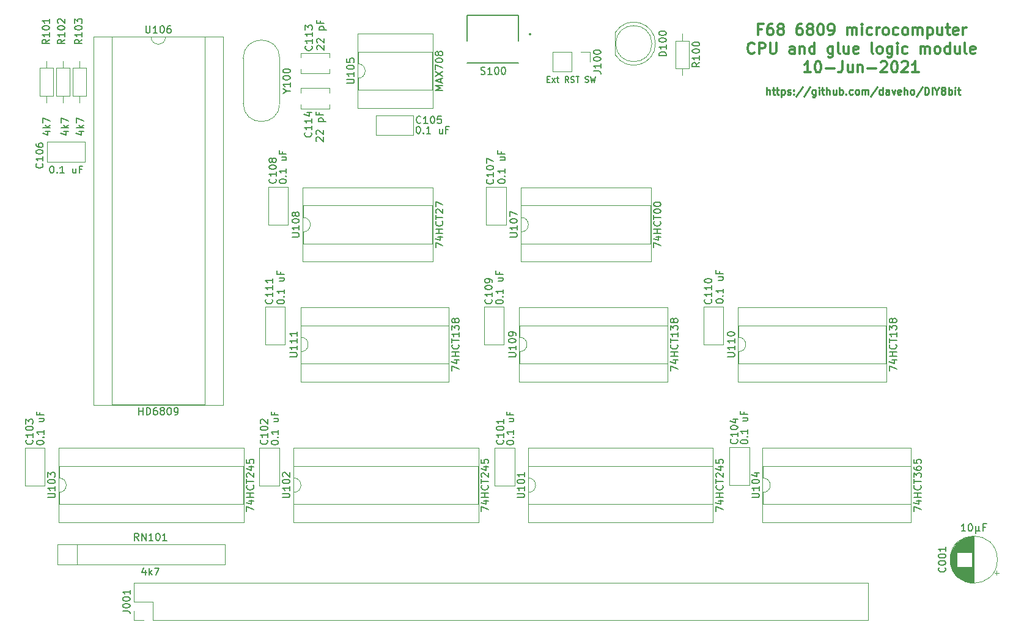
<source format=gbr>
G04 #@! TF.GenerationSoftware,KiCad,Pcbnew,5.1.10-88a1d61d58~88~ubuntu20.04.1*
G04 #@! TF.CreationDate,2021-06-10T12:47:24-04:00*
G04 #@! TF.ProjectId,CPUandGlueLogic,43505561-6e64-4476-9c75-654c6f676963,1*
G04 #@! TF.SameCoordinates,Original*
G04 #@! TF.FileFunction,Legend,Top*
G04 #@! TF.FilePolarity,Positive*
%FSLAX46Y46*%
G04 Gerber Fmt 4.6, Leading zero omitted, Abs format (unit mm)*
G04 Created by KiCad (PCBNEW 5.1.10-88a1d61d58~88~ubuntu20.04.1) date 2021-06-10 12:47:24*
%MOMM*%
%LPD*%
G01*
G04 APERTURE LIST*
%ADD10C,0.250000*%
%ADD11C,0.304800*%
%ADD12C,0.152400*%
%ADD13C,0.200000*%
%ADD14C,0.127000*%
%ADD15C,0.120000*%
%ADD16C,0.150000*%
%ADD17C,3.200000*%
%ADD18C,1.950000*%
%ADD19C,1.498000*%
%ADD20O,1.600000X1.600000*%
%ADD21R,1.600000X1.600000*%
%ADD22C,1.600000*%
%ADD23C,1.800000*%
%ADD24R,1.800000X1.800000*%
%ADD25O,1.700000X1.700000*%
%ADD26R,1.700000X1.700000*%
%ADD27O,1.400000X1.400000*%
%ADD28C,1.400000*%
%ADD29C,1.500000*%
G04 APERTURE END LIST*
D10*
X111766666Y-11452380D02*
X111766666Y-10452380D01*
X112195238Y-11452380D02*
X112195238Y-10928571D01*
X112147619Y-10833333D01*
X112052380Y-10785714D01*
X111909523Y-10785714D01*
X111814285Y-10833333D01*
X111766666Y-10880952D01*
X112528571Y-10785714D02*
X112909523Y-10785714D01*
X112671428Y-10452380D02*
X112671428Y-11309523D01*
X112719047Y-11404761D01*
X112814285Y-11452380D01*
X112909523Y-11452380D01*
X113100000Y-10785714D02*
X113480952Y-10785714D01*
X113242857Y-10452380D02*
X113242857Y-11309523D01*
X113290476Y-11404761D01*
X113385714Y-11452380D01*
X113480952Y-11452380D01*
X113814285Y-10785714D02*
X113814285Y-11785714D01*
X113814285Y-10833333D02*
X113909523Y-10785714D01*
X114100000Y-10785714D01*
X114195238Y-10833333D01*
X114242857Y-10880952D01*
X114290476Y-10976190D01*
X114290476Y-11261904D01*
X114242857Y-11357142D01*
X114195238Y-11404761D01*
X114100000Y-11452380D01*
X113909523Y-11452380D01*
X113814285Y-11404761D01*
X114671428Y-11404761D02*
X114766666Y-11452380D01*
X114957142Y-11452380D01*
X115052380Y-11404761D01*
X115100000Y-11309523D01*
X115100000Y-11261904D01*
X115052380Y-11166666D01*
X114957142Y-11119047D01*
X114814285Y-11119047D01*
X114719047Y-11071428D01*
X114671428Y-10976190D01*
X114671428Y-10928571D01*
X114719047Y-10833333D01*
X114814285Y-10785714D01*
X114957142Y-10785714D01*
X115052380Y-10833333D01*
X115528571Y-11357142D02*
X115576190Y-11404761D01*
X115528571Y-11452380D01*
X115480952Y-11404761D01*
X115528571Y-11357142D01*
X115528571Y-11452380D01*
X115528571Y-10833333D02*
X115576190Y-10880952D01*
X115528571Y-10928571D01*
X115480952Y-10880952D01*
X115528571Y-10833333D01*
X115528571Y-10928571D01*
X116719047Y-10404761D02*
X115861904Y-11690476D01*
X117766666Y-10404761D02*
X116909523Y-11690476D01*
X118528571Y-10785714D02*
X118528571Y-11595238D01*
X118480952Y-11690476D01*
X118433333Y-11738095D01*
X118338095Y-11785714D01*
X118195238Y-11785714D01*
X118100000Y-11738095D01*
X118528571Y-11404761D02*
X118433333Y-11452380D01*
X118242857Y-11452380D01*
X118147619Y-11404761D01*
X118100000Y-11357142D01*
X118052380Y-11261904D01*
X118052380Y-10976190D01*
X118100000Y-10880952D01*
X118147619Y-10833333D01*
X118242857Y-10785714D01*
X118433333Y-10785714D01*
X118528571Y-10833333D01*
X119004761Y-11452380D02*
X119004761Y-10785714D01*
X119004761Y-10452380D02*
X118957142Y-10500000D01*
X119004761Y-10547619D01*
X119052380Y-10500000D01*
X119004761Y-10452380D01*
X119004761Y-10547619D01*
X119338095Y-10785714D02*
X119719047Y-10785714D01*
X119480952Y-10452380D02*
X119480952Y-11309523D01*
X119528571Y-11404761D01*
X119623809Y-11452380D01*
X119719047Y-11452380D01*
X120052380Y-11452380D02*
X120052380Y-10452380D01*
X120480952Y-11452380D02*
X120480952Y-10928571D01*
X120433333Y-10833333D01*
X120338095Y-10785714D01*
X120195238Y-10785714D01*
X120100000Y-10833333D01*
X120052380Y-10880952D01*
X121385714Y-10785714D02*
X121385714Y-11452380D01*
X120957142Y-10785714D02*
X120957142Y-11309523D01*
X121004761Y-11404761D01*
X121100000Y-11452380D01*
X121242857Y-11452380D01*
X121338095Y-11404761D01*
X121385714Y-11357142D01*
X121861904Y-11452380D02*
X121861904Y-10452380D01*
X121861904Y-10833333D02*
X121957142Y-10785714D01*
X122147619Y-10785714D01*
X122242857Y-10833333D01*
X122290476Y-10880952D01*
X122338095Y-10976190D01*
X122338095Y-11261904D01*
X122290476Y-11357142D01*
X122242857Y-11404761D01*
X122147619Y-11452380D01*
X121957142Y-11452380D01*
X121861904Y-11404761D01*
X122766666Y-11357142D02*
X122814285Y-11404761D01*
X122766666Y-11452380D01*
X122719047Y-11404761D01*
X122766666Y-11357142D01*
X122766666Y-11452380D01*
X123671428Y-11404761D02*
X123576190Y-11452380D01*
X123385714Y-11452380D01*
X123290476Y-11404761D01*
X123242857Y-11357142D01*
X123195238Y-11261904D01*
X123195238Y-10976190D01*
X123242857Y-10880952D01*
X123290476Y-10833333D01*
X123385714Y-10785714D01*
X123576190Y-10785714D01*
X123671428Y-10833333D01*
X124242857Y-11452380D02*
X124147619Y-11404761D01*
X124100000Y-11357142D01*
X124052380Y-11261904D01*
X124052380Y-10976190D01*
X124100000Y-10880952D01*
X124147619Y-10833333D01*
X124242857Y-10785714D01*
X124385714Y-10785714D01*
X124480952Y-10833333D01*
X124528571Y-10880952D01*
X124576190Y-10976190D01*
X124576190Y-11261904D01*
X124528571Y-11357142D01*
X124480952Y-11404761D01*
X124385714Y-11452380D01*
X124242857Y-11452380D01*
X125004761Y-11452380D02*
X125004761Y-10785714D01*
X125004761Y-10880952D02*
X125052380Y-10833333D01*
X125147619Y-10785714D01*
X125290476Y-10785714D01*
X125385714Y-10833333D01*
X125433333Y-10928571D01*
X125433333Y-11452380D01*
X125433333Y-10928571D02*
X125480952Y-10833333D01*
X125576190Y-10785714D01*
X125719047Y-10785714D01*
X125814285Y-10833333D01*
X125861904Y-10928571D01*
X125861904Y-11452380D01*
X127052380Y-10404761D02*
X126195238Y-11690476D01*
X127814285Y-11452380D02*
X127814285Y-10452380D01*
X127814285Y-11404761D02*
X127719047Y-11452380D01*
X127528571Y-11452380D01*
X127433333Y-11404761D01*
X127385714Y-11357142D01*
X127338095Y-11261904D01*
X127338095Y-10976190D01*
X127385714Y-10880952D01*
X127433333Y-10833333D01*
X127528571Y-10785714D01*
X127719047Y-10785714D01*
X127814285Y-10833333D01*
X128719047Y-11452380D02*
X128719047Y-10928571D01*
X128671428Y-10833333D01*
X128576190Y-10785714D01*
X128385714Y-10785714D01*
X128290476Y-10833333D01*
X128719047Y-11404761D02*
X128623809Y-11452380D01*
X128385714Y-11452380D01*
X128290476Y-11404761D01*
X128242857Y-11309523D01*
X128242857Y-11214285D01*
X128290476Y-11119047D01*
X128385714Y-11071428D01*
X128623809Y-11071428D01*
X128719047Y-11023809D01*
X129100000Y-10785714D02*
X129338095Y-11452380D01*
X129576190Y-10785714D01*
X130338095Y-11404761D02*
X130242857Y-11452380D01*
X130052380Y-11452380D01*
X129957142Y-11404761D01*
X129909523Y-11309523D01*
X129909523Y-10928571D01*
X129957142Y-10833333D01*
X130052380Y-10785714D01*
X130242857Y-10785714D01*
X130338095Y-10833333D01*
X130385714Y-10928571D01*
X130385714Y-11023809D01*
X129909523Y-11119047D01*
X130814285Y-11452380D02*
X130814285Y-10452380D01*
X131242857Y-11452380D02*
X131242857Y-10928571D01*
X131195238Y-10833333D01*
X131100000Y-10785714D01*
X130957142Y-10785714D01*
X130861904Y-10833333D01*
X130814285Y-10880952D01*
X131861904Y-11452380D02*
X131766666Y-11404761D01*
X131719047Y-11357142D01*
X131671428Y-11261904D01*
X131671428Y-10976190D01*
X131719047Y-10880952D01*
X131766666Y-10833333D01*
X131861904Y-10785714D01*
X132004761Y-10785714D01*
X132100000Y-10833333D01*
X132147619Y-10880952D01*
X132195238Y-10976190D01*
X132195238Y-11261904D01*
X132147619Y-11357142D01*
X132100000Y-11404761D01*
X132004761Y-11452380D01*
X131861904Y-11452380D01*
X133338095Y-10404761D02*
X132480952Y-11690476D01*
X133671428Y-11452380D02*
X133671428Y-10452380D01*
X133909523Y-10452380D01*
X134052380Y-10500000D01*
X134147619Y-10595238D01*
X134195238Y-10690476D01*
X134242857Y-10880952D01*
X134242857Y-11023809D01*
X134195238Y-11214285D01*
X134147619Y-11309523D01*
X134052380Y-11404761D01*
X133909523Y-11452380D01*
X133671428Y-11452380D01*
X134671428Y-11452380D02*
X134671428Y-10452380D01*
X135338095Y-10976190D02*
X135338095Y-11452380D01*
X135004761Y-10452380D02*
X135338095Y-10976190D01*
X135671428Y-10452380D01*
X136147619Y-10880952D02*
X136052380Y-10833333D01*
X136004761Y-10785714D01*
X135957142Y-10690476D01*
X135957142Y-10642857D01*
X136004761Y-10547619D01*
X136052380Y-10500000D01*
X136147619Y-10452380D01*
X136338095Y-10452380D01*
X136433333Y-10500000D01*
X136480952Y-10547619D01*
X136528571Y-10642857D01*
X136528571Y-10690476D01*
X136480952Y-10785714D01*
X136433333Y-10833333D01*
X136338095Y-10880952D01*
X136147619Y-10880952D01*
X136052380Y-10928571D01*
X136004761Y-10976190D01*
X135957142Y-11071428D01*
X135957142Y-11261904D01*
X136004761Y-11357142D01*
X136052380Y-11404761D01*
X136147619Y-11452380D01*
X136338095Y-11452380D01*
X136433333Y-11404761D01*
X136480952Y-11357142D01*
X136528571Y-11261904D01*
X136528571Y-11071428D01*
X136480952Y-10976190D01*
X136433333Y-10928571D01*
X136338095Y-10880952D01*
X136957142Y-11452380D02*
X136957142Y-10452380D01*
X136957142Y-10833333D02*
X137052380Y-10785714D01*
X137242857Y-10785714D01*
X137338095Y-10833333D01*
X137385714Y-10880952D01*
X137433333Y-10976190D01*
X137433333Y-11261904D01*
X137385714Y-11357142D01*
X137338095Y-11404761D01*
X137242857Y-11452380D01*
X137052380Y-11452380D01*
X136957142Y-11404761D01*
X137861904Y-11452380D02*
X137861904Y-10785714D01*
X137861904Y-10452380D02*
X137814285Y-10500000D01*
X137861904Y-10547619D01*
X137909523Y-10500000D01*
X137861904Y-10452380D01*
X137861904Y-10547619D01*
X138195238Y-10785714D02*
X138576190Y-10785714D01*
X138338095Y-10452380D02*
X138338095Y-11309523D01*
X138385714Y-11404761D01*
X138480952Y-11452380D01*
X138576190Y-11452380D01*
D11*
X111111428Y-2400342D02*
X110603428Y-2400342D01*
X110603428Y-3198628D02*
X110603428Y-1674628D01*
X111329142Y-1674628D01*
X112562857Y-1674628D02*
X112272571Y-1674628D01*
X112127428Y-1747200D01*
X112054857Y-1819771D01*
X111909714Y-2037485D01*
X111837142Y-2327771D01*
X111837142Y-2908342D01*
X111909714Y-3053485D01*
X111982285Y-3126057D01*
X112127428Y-3198628D01*
X112417714Y-3198628D01*
X112562857Y-3126057D01*
X112635428Y-3053485D01*
X112707999Y-2908342D01*
X112707999Y-2545485D01*
X112635428Y-2400342D01*
X112562857Y-2327771D01*
X112417714Y-2255200D01*
X112127428Y-2255200D01*
X111982285Y-2327771D01*
X111909714Y-2400342D01*
X111837142Y-2545485D01*
X113578857Y-2327771D02*
X113433714Y-2255200D01*
X113361142Y-2182628D01*
X113288571Y-2037485D01*
X113288571Y-1964914D01*
X113361142Y-1819771D01*
X113433714Y-1747200D01*
X113578857Y-1674628D01*
X113869142Y-1674628D01*
X114014285Y-1747200D01*
X114086857Y-1819771D01*
X114159428Y-1964914D01*
X114159428Y-2037485D01*
X114086857Y-2182628D01*
X114014285Y-2255200D01*
X113869142Y-2327771D01*
X113578857Y-2327771D01*
X113433714Y-2400342D01*
X113361142Y-2472914D01*
X113288571Y-2618057D01*
X113288571Y-2908342D01*
X113361142Y-3053485D01*
X113433714Y-3126057D01*
X113578857Y-3198628D01*
X113869142Y-3198628D01*
X114014285Y-3126057D01*
X114086857Y-3053485D01*
X114159428Y-2908342D01*
X114159428Y-2618057D01*
X114086857Y-2472914D01*
X114014285Y-2400342D01*
X113869142Y-2327771D01*
X116626857Y-1674628D02*
X116336571Y-1674628D01*
X116191428Y-1747200D01*
X116118857Y-1819771D01*
X115973714Y-2037485D01*
X115901142Y-2327771D01*
X115901142Y-2908342D01*
X115973714Y-3053485D01*
X116046285Y-3126057D01*
X116191428Y-3198628D01*
X116481714Y-3198628D01*
X116626857Y-3126057D01*
X116699428Y-3053485D01*
X116771999Y-2908342D01*
X116771999Y-2545485D01*
X116699428Y-2400342D01*
X116626857Y-2327771D01*
X116481714Y-2255200D01*
X116191428Y-2255200D01*
X116046285Y-2327771D01*
X115973714Y-2400342D01*
X115901142Y-2545485D01*
X117642857Y-2327771D02*
X117497714Y-2255200D01*
X117425142Y-2182628D01*
X117352571Y-2037485D01*
X117352571Y-1964914D01*
X117425142Y-1819771D01*
X117497714Y-1747200D01*
X117642857Y-1674628D01*
X117933142Y-1674628D01*
X118078285Y-1747200D01*
X118150857Y-1819771D01*
X118223428Y-1964914D01*
X118223428Y-2037485D01*
X118150857Y-2182628D01*
X118078285Y-2255200D01*
X117933142Y-2327771D01*
X117642857Y-2327771D01*
X117497714Y-2400342D01*
X117425142Y-2472914D01*
X117352571Y-2618057D01*
X117352571Y-2908342D01*
X117425142Y-3053485D01*
X117497714Y-3126057D01*
X117642857Y-3198628D01*
X117933142Y-3198628D01*
X118078285Y-3126057D01*
X118150857Y-3053485D01*
X118223428Y-2908342D01*
X118223428Y-2618057D01*
X118150857Y-2472914D01*
X118078285Y-2400342D01*
X117933142Y-2327771D01*
X119166857Y-1674628D02*
X119311999Y-1674628D01*
X119457142Y-1747200D01*
X119529714Y-1819771D01*
X119602285Y-1964914D01*
X119674857Y-2255200D01*
X119674857Y-2618057D01*
X119602285Y-2908342D01*
X119529714Y-3053485D01*
X119457142Y-3126057D01*
X119311999Y-3198628D01*
X119166857Y-3198628D01*
X119021714Y-3126057D01*
X118949142Y-3053485D01*
X118876571Y-2908342D01*
X118803999Y-2618057D01*
X118803999Y-2255200D01*
X118876571Y-1964914D01*
X118949142Y-1819771D01*
X119021714Y-1747200D01*
X119166857Y-1674628D01*
X120400571Y-3198628D02*
X120690857Y-3198628D01*
X120835999Y-3126057D01*
X120908571Y-3053485D01*
X121053714Y-2835771D01*
X121126285Y-2545485D01*
X121126285Y-1964914D01*
X121053714Y-1819771D01*
X120981142Y-1747200D01*
X120835999Y-1674628D01*
X120545714Y-1674628D01*
X120400571Y-1747200D01*
X120327999Y-1819771D01*
X120255428Y-1964914D01*
X120255428Y-2327771D01*
X120327999Y-2472914D01*
X120400571Y-2545485D01*
X120545714Y-2618057D01*
X120835999Y-2618057D01*
X120981142Y-2545485D01*
X121053714Y-2472914D01*
X121126285Y-2327771D01*
X122940571Y-3198628D02*
X122940571Y-2182628D01*
X122940571Y-2327771D02*
X123013142Y-2255200D01*
X123158285Y-2182628D01*
X123375999Y-2182628D01*
X123521142Y-2255200D01*
X123593714Y-2400342D01*
X123593714Y-3198628D01*
X123593714Y-2400342D02*
X123666285Y-2255200D01*
X123811428Y-2182628D01*
X124029142Y-2182628D01*
X124174285Y-2255200D01*
X124246857Y-2400342D01*
X124246857Y-3198628D01*
X124972571Y-3198628D02*
X124972571Y-2182628D01*
X124972571Y-1674628D02*
X124899999Y-1747200D01*
X124972571Y-1819771D01*
X125045142Y-1747200D01*
X124972571Y-1674628D01*
X124972571Y-1819771D01*
X126351428Y-3126057D02*
X126206285Y-3198628D01*
X125915999Y-3198628D01*
X125770857Y-3126057D01*
X125698285Y-3053485D01*
X125625714Y-2908342D01*
X125625714Y-2472914D01*
X125698285Y-2327771D01*
X125770857Y-2255200D01*
X125915999Y-2182628D01*
X126206285Y-2182628D01*
X126351428Y-2255200D01*
X127004571Y-3198628D02*
X127004571Y-2182628D01*
X127004571Y-2472914D02*
X127077142Y-2327771D01*
X127149714Y-2255200D01*
X127294857Y-2182628D01*
X127439999Y-2182628D01*
X128165714Y-3198628D02*
X128020571Y-3126057D01*
X127947999Y-3053485D01*
X127875428Y-2908342D01*
X127875428Y-2472914D01*
X127947999Y-2327771D01*
X128020571Y-2255200D01*
X128165714Y-2182628D01*
X128383428Y-2182628D01*
X128528571Y-2255200D01*
X128601142Y-2327771D01*
X128673714Y-2472914D01*
X128673714Y-2908342D01*
X128601142Y-3053485D01*
X128528571Y-3126057D01*
X128383428Y-3198628D01*
X128165714Y-3198628D01*
X129979999Y-3126057D02*
X129834857Y-3198628D01*
X129544571Y-3198628D01*
X129399428Y-3126057D01*
X129326857Y-3053485D01*
X129254285Y-2908342D01*
X129254285Y-2472914D01*
X129326857Y-2327771D01*
X129399428Y-2255200D01*
X129544571Y-2182628D01*
X129834857Y-2182628D01*
X129979999Y-2255200D01*
X130850857Y-3198628D02*
X130705714Y-3126057D01*
X130633142Y-3053485D01*
X130560571Y-2908342D01*
X130560571Y-2472914D01*
X130633142Y-2327771D01*
X130705714Y-2255200D01*
X130850857Y-2182628D01*
X131068571Y-2182628D01*
X131213714Y-2255200D01*
X131286285Y-2327771D01*
X131358857Y-2472914D01*
X131358857Y-2908342D01*
X131286285Y-3053485D01*
X131213714Y-3126057D01*
X131068571Y-3198628D01*
X130850857Y-3198628D01*
X132011999Y-3198628D02*
X132011999Y-2182628D01*
X132011999Y-2327771D02*
X132084571Y-2255200D01*
X132229714Y-2182628D01*
X132447428Y-2182628D01*
X132592571Y-2255200D01*
X132665142Y-2400342D01*
X132665142Y-3198628D01*
X132665142Y-2400342D02*
X132737714Y-2255200D01*
X132882857Y-2182628D01*
X133100571Y-2182628D01*
X133245714Y-2255200D01*
X133318285Y-2400342D01*
X133318285Y-3198628D01*
X134043999Y-2182628D02*
X134043999Y-3706628D01*
X134043999Y-2255200D02*
X134189142Y-2182628D01*
X134479428Y-2182628D01*
X134624571Y-2255200D01*
X134697142Y-2327771D01*
X134769714Y-2472914D01*
X134769714Y-2908342D01*
X134697142Y-3053485D01*
X134624571Y-3126057D01*
X134479428Y-3198628D01*
X134189142Y-3198628D01*
X134043999Y-3126057D01*
X136075999Y-2182628D02*
X136075999Y-3198628D01*
X135422857Y-2182628D02*
X135422857Y-2980914D01*
X135495428Y-3126057D01*
X135640571Y-3198628D01*
X135858285Y-3198628D01*
X136003428Y-3126057D01*
X136075999Y-3053485D01*
X136583999Y-2182628D02*
X137164571Y-2182628D01*
X136801714Y-1674628D02*
X136801714Y-2980914D01*
X136874285Y-3126057D01*
X137019428Y-3198628D01*
X137164571Y-3198628D01*
X138253142Y-3126057D02*
X138107999Y-3198628D01*
X137817714Y-3198628D01*
X137672571Y-3126057D01*
X137599999Y-2980914D01*
X137599999Y-2400342D01*
X137672571Y-2255200D01*
X137817714Y-2182628D01*
X138107999Y-2182628D01*
X138253142Y-2255200D01*
X138325714Y-2400342D01*
X138325714Y-2545485D01*
X137599999Y-2690628D01*
X138978857Y-3198628D02*
X138978857Y-2182628D01*
X138978857Y-2472914D02*
X139051428Y-2327771D01*
X139123999Y-2255200D01*
X139269142Y-2182628D01*
X139414285Y-2182628D01*
X110059142Y-5644285D02*
X109986571Y-5716857D01*
X109768857Y-5789428D01*
X109623714Y-5789428D01*
X109406000Y-5716857D01*
X109260857Y-5571714D01*
X109188285Y-5426571D01*
X109115714Y-5136285D01*
X109115714Y-4918571D01*
X109188285Y-4628285D01*
X109260857Y-4483142D01*
X109406000Y-4338000D01*
X109623714Y-4265428D01*
X109768857Y-4265428D01*
X109986571Y-4338000D01*
X110059142Y-4410571D01*
X110712285Y-5789428D02*
X110712285Y-4265428D01*
X111292857Y-4265428D01*
X111438000Y-4338000D01*
X111510571Y-4410571D01*
X111583142Y-4555714D01*
X111583142Y-4773428D01*
X111510571Y-4918571D01*
X111438000Y-4991142D01*
X111292857Y-5063714D01*
X110712285Y-5063714D01*
X112236285Y-4265428D02*
X112236285Y-5499142D01*
X112308857Y-5644285D01*
X112381428Y-5716857D01*
X112526571Y-5789428D01*
X112816857Y-5789428D01*
X112962000Y-5716857D01*
X113034571Y-5644285D01*
X113107142Y-5499142D01*
X113107142Y-4265428D01*
X115647142Y-5789428D02*
X115647142Y-4991142D01*
X115574571Y-4846000D01*
X115429428Y-4773428D01*
X115139142Y-4773428D01*
X114994000Y-4846000D01*
X115647142Y-5716857D02*
X115502000Y-5789428D01*
X115139142Y-5789428D01*
X114994000Y-5716857D01*
X114921428Y-5571714D01*
X114921428Y-5426571D01*
X114994000Y-5281428D01*
X115139142Y-5208857D01*
X115502000Y-5208857D01*
X115647142Y-5136285D01*
X116372857Y-4773428D02*
X116372857Y-5789428D01*
X116372857Y-4918571D02*
X116445428Y-4846000D01*
X116590571Y-4773428D01*
X116808285Y-4773428D01*
X116953428Y-4846000D01*
X117026000Y-4991142D01*
X117026000Y-5789428D01*
X118404857Y-5789428D02*
X118404857Y-4265428D01*
X118404857Y-5716857D02*
X118259714Y-5789428D01*
X117969428Y-5789428D01*
X117824285Y-5716857D01*
X117751714Y-5644285D01*
X117679142Y-5499142D01*
X117679142Y-5063714D01*
X117751714Y-4918571D01*
X117824285Y-4846000D01*
X117969428Y-4773428D01*
X118259714Y-4773428D01*
X118404857Y-4846000D01*
X120944857Y-4773428D02*
X120944857Y-6007142D01*
X120872285Y-6152285D01*
X120799714Y-6224857D01*
X120654571Y-6297428D01*
X120436857Y-6297428D01*
X120291714Y-6224857D01*
X120944857Y-5716857D02*
X120799714Y-5789428D01*
X120509428Y-5789428D01*
X120364285Y-5716857D01*
X120291714Y-5644285D01*
X120219142Y-5499142D01*
X120219142Y-5063714D01*
X120291714Y-4918571D01*
X120364285Y-4846000D01*
X120509428Y-4773428D01*
X120799714Y-4773428D01*
X120944857Y-4846000D01*
X121888285Y-5789428D02*
X121743142Y-5716857D01*
X121670571Y-5571714D01*
X121670571Y-4265428D01*
X123122000Y-4773428D02*
X123122000Y-5789428D01*
X122468857Y-4773428D02*
X122468857Y-5571714D01*
X122541428Y-5716857D01*
X122686571Y-5789428D01*
X122904285Y-5789428D01*
X123049428Y-5716857D01*
X123122000Y-5644285D01*
X124428285Y-5716857D02*
X124283142Y-5789428D01*
X123992857Y-5789428D01*
X123847714Y-5716857D01*
X123775142Y-5571714D01*
X123775142Y-4991142D01*
X123847714Y-4846000D01*
X123992857Y-4773428D01*
X124283142Y-4773428D01*
X124428285Y-4846000D01*
X124500857Y-4991142D01*
X124500857Y-5136285D01*
X123775142Y-5281428D01*
X126532857Y-5789428D02*
X126387714Y-5716857D01*
X126315142Y-5571714D01*
X126315142Y-4265428D01*
X127331142Y-5789428D02*
X127186000Y-5716857D01*
X127113428Y-5644285D01*
X127040857Y-5499142D01*
X127040857Y-5063714D01*
X127113428Y-4918571D01*
X127186000Y-4846000D01*
X127331142Y-4773428D01*
X127548857Y-4773428D01*
X127694000Y-4846000D01*
X127766571Y-4918571D01*
X127839142Y-5063714D01*
X127839142Y-5499142D01*
X127766571Y-5644285D01*
X127694000Y-5716857D01*
X127548857Y-5789428D01*
X127331142Y-5789428D01*
X129145428Y-4773428D02*
X129145428Y-6007142D01*
X129072857Y-6152285D01*
X129000285Y-6224857D01*
X128855142Y-6297428D01*
X128637428Y-6297428D01*
X128492285Y-6224857D01*
X129145428Y-5716857D02*
X129000285Y-5789428D01*
X128710000Y-5789428D01*
X128564857Y-5716857D01*
X128492285Y-5644285D01*
X128419714Y-5499142D01*
X128419714Y-5063714D01*
X128492285Y-4918571D01*
X128564857Y-4846000D01*
X128710000Y-4773428D01*
X129000285Y-4773428D01*
X129145428Y-4846000D01*
X129871142Y-5789428D02*
X129871142Y-4773428D01*
X129871142Y-4265428D02*
X129798571Y-4338000D01*
X129871142Y-4410571D01*
X129943714Y-4338000D01*
X129871142Y-4265428D01*
X129871142Y-4410571D01*
X131250000Y-5716857D02*
X131104857Y-5789428D01*
X130814571Y-5789428D01*
X130669428Y-5716857D01*
X130596857Y-5644285D01*
X130524285Y-5499142D01*
X130524285Y-5063714D01*
X130596857Y-4918571D01*
X130669428Y-4846000D01*
X130814571Y-4773428D01*
X131104857Y-4773428D01*
X131250000Y-4846000D01*
X133064285Y-5789428D02*
X133064285Y-4773428D01*
X133064285Y-4918571D02*
X133136857Y-4846000D01*
X133282000Y-4773428D01*
X133499714Y-4773428D01*
X133644857Y-4846000D01*
X133717428Y-4991142D01*
X133717428Y-5789428D01*
X133717428Y-4991142D02*
X133790000Y-4846000D01*
X133935142Y-4773428D01*
X134152857Y-4773428D01*
X134298000Y-4846000D01*
X134370571Y-4991142D01*
X134370571Y-5789428D01*
X135314000Y-5789428D02*
X135168857Y-5716857D01*
X135096285Y-5644285D01*
X135023714Y-5499142D01*
X135023714Y-5063714D01*
X135096285Y-4918571D01*
X135168857Y-4846000D01*
X135314000Y-4773428D01*
X135531714Y-4773428D01*
X135676857Y-4846000D01*
X135749428Y-4918571D01*
X135822000Y-5063714D01*
X135822000Y-5499142D01*
X135749428Y-5644285D01*
X135676857Y-5716857D01*
X135531714Y-5789428D01*
X135314000Y-5789428D01*
X137128285Y-5789428D02*
X137128285Y-4265428D01*
X137128285Y-5716857D02*
X136983142Y-5789428D01*
X136692857Y-5789428D01*
X136547714Y-5716857D01*
X136475142Y-5644285D01*
X136402571Y-5499142D01*
X136402571Y-5063714D01*
X136475142Y-4918571D01*
X136547714Y-4846000D01*
X136692857Y-4773428D01*
X136983142Y-4773428D01*
X137128285Y-4846000D01*
X138507142Y-4773428D02*
X138507142Y-5789428D01*
X137854000Y-4773428D02*
X137854000Y-5571714D01*
X137926571Y-5716857D01*
X138071714Y-5789428D01*
X138289428Y-5789428D01*
X138434571Y-5716857D01*
X138507142Y-5644285D01*
X139450571Y-5789428D02*
X139305428Y-5716857D01*
X139232857Y-5571714D01*
X139232857Y-4265428D01*
X140611714Y-5716857D02*
X140466571Y-5789428D01*
X140176285Y-5789428D01*
X140031142Y-5716857D01*
X139958571Y-5571714D01*
X139958571Y-4991142D01*
X140031142Y-4846000D01*
X140176285Y-4773428D01*
X140466571Y-4773428D01*
X140611714Y-4846000D01*
X140684285Y-4991142D01*
X140684285Y-5136285D01*
X139958571Y-5281428D01*
X117860571Y-8380228D02*
X116989714Y-8380228D01*
X117425142Y-8380228D02*
X117425142Y-6856228D01*
X117280000Y-7073942D01*
X117134857Y-7219085D01*
X116989714Y-7291657D01*
X118804000Y-6856228D02*
X118949142Y-6856228D01*
X119094285Y-6928800D01*
X119166857Y-7001371D01*
X119239428Y-7146514D01*
X119312000Y-7436800D01*
X119312000Y-7799657D01*
X119239428Y-8089942D01*
X119166857Y-8235085D01*
X119094285Y-8307657D01*
X118949142Y-8380228D01*
X118804000Y-8380228D01*
X118658857Y-8307657D01*
X118586285Y-8235085D01*
X118513714Y-8089942D01*
X118441142Y-7799657D01*
X118441142Y-7436800D01*
X118513714Y-7146514D01*
X118586285Y-7001371D01*
X118658857Y-6928800D01*
X118804000Y-6856228D01*
X119965142Y-7799657D02*
X121126285Y-7799657D01*
X122287428Y-6856228D02*
X122287428Y-7944800D01*
X122214857Y-8162514D01*
X122069714Y-8307657D01*
X121852000Y-8380228D01*
X121706857Y-8380228D01*
X123666285Y-7364228D02*
X123666285Y-8380228D01*
X123013142Y-7364228D02*
X123013142Y-8162514D01*
X123085714Y-8307657D01*
X123230857Y-8380228D01*
X123448571Y-8380228D01*
X123593714Y-8307657D01*
X123666285Y-8235085D01*
X124392000Y-7364228D02*
X124392000Y-8380228D01*
X124392000Y-7509371D02*
X124464571Y-7436800D01*
X124609714Y-7364228D01*
X124827428Y-7364228D01*
X124972571Y-7436800D01*
X125045142Y-7581942D01*
X125045142Y-8380228D01*
X125770857Y-7799657D02*
X126932000Y-7799657D01*
X127585142Y-7001371D02*
X127657714Y-6928800D01*
X127802857Y-6856228D01*
X128165714Y-6856228D01*
X128310857Y-6928800D01*
X128383428Y-7001371D01*
X128456000Y-7146514D01*
X128456000Y-7291657D01*
X128383428Y-7509371D01*
X127512571Y-8380228D01*
X128456000Y-8380228D01*
X129399428Y-6856228D02*
X129544571Y-6856228D01*
X129689714Y-6928800D01*
X129762285Y-7001371D01*
X129834857Y-7146514D01*
X129907428Y-7436800D01*
X129907428Y-7799657D01*
X129834857Y-8089942D01*
X129762285Y-8235085D01*
X129689714Y-8307657D01*
X129544571Y-8380228D01*
X129399428Y-8380228D01*
X129254285Y-8307657D01*
X129181714Y-8235085D01*
X129109142Y-8089942D01*
X129036571Y-7799657D01*
X129036571Y-7436800D01*
X129109142Y-7146514D01*
X129181714Y-7001371D01*
X129254285Y-6928800D01*
X129399428Y-6856228D01*
X130488000Y-7001371D02*
X130560571Y-6928800D01*
X130705714Y-6856228D01*
X131068571Y-6856228D01*
X131213714Y-6928800D01*
X131286285Y-7001371D01*
X131358857Y-7146514D01*
X131358857Y-7291657D01*
X131286285Y-7509371D01*
X130415428Y-8380228D01*
X131358857Y-8380228D01*
X132810285Y-8380228D02*
X131939428Y-8380228D01*
X132374857Y-8380228D02*
X132374857Y-6856228D01*
X132229714Y-7073942D01*
X132084571Y-7219085D01*
X131939428Y-7291657D01*
D12*
X81390742Y-9341942D02*
X81661676Y-9341942D01*
X81777790Y-9767695D02*
X81390742Y-9767695D01*
X81390742Y-8954895D01*
X81777790Y-8954895D01*
X82048723Y-9767695D02*
X82474476Y-9225828D01*
X82048723Y-9225828D02*
X82474476Y-9767695D01*
X82668000Y-9225828D02*
X82977638Y-9225828D01*
X82784114Y-8954895D02*
X82784114Y-9651580D01*
X82822819Y-9728990D01*
X82900228Y-9767695D01*
X82977638Y-9767695D01*
X84332304Y-9767695D02*
X84061371Y-9380647D01*
X83867847Y-9767695D02*
X83867847Y-8954895D01*
X84177485Y-8954895D01*
X84254895Y-8993600D01*
X84293600Y-9032304D01*
X84332304Y-9109714D01*
X84332304Y-9225828D01*
X84293600Y-9303238D01*
X84254895Y-9341942D01*
X84177485Y-9380647D01*
X83867847Y-9380647D01*
X84641942Y-9728990D02*
X84758057Y-9767695D01*
X84951580Y-9767695D01*
X85028990Y-9728990D01*
X85067695Y-9690285D01*
X85106400Y-9612876D01*
X85106400Y-9535466D01*
X85067695Y-9458057D01*
X85028990Y-9419352D01*
X84951580Y-9380647D01*
X84796761Y-9341942D01*
X84719352Y-9303238D01*
X84680647Y-9264533D01*
X84641942Y-9187123D01*
X84641942Y-9109714D01*
X84680647Y-9032304D01*
X84719352Y-8993600D01*
X84796761Y-8954895D01*
X84990285Y-8954895D01*
X85106400Y-8993600D01*
X85338628Y-8954895D02*
X85803085Y-8954895D01*
X85570857Y-9767695D02*
X85570857Y-8954895D01*
X86654590Y-9728990D02*
X86770704Y-9767695D01*
X86964228Y-9767695D01*
X87041638Y-9728990D01*
X87080342Y-9690285D01*
X87119047Y-9612876D01*
X87119047Y-9535466D01*
X87080342Y-9458057D01*
X87041638Y-9419352D01*
X86964228Y-9380647D01*
X86809409Y-9341942D01*
X86732000Y-9303238D01*
X86693295Y-9264533D01*
X86654590Y-9187123D01*
X86654590Y-9109714D01*
X86693295Y-9032304D01*
X86732000Y-8993600D01*
X86809409Y-8954895D01*
X87002933Y-8954895D01*
X87119047Y-8993600D01*
X87389980Y-8954895D02*
X87583504Y-9767695D01*
X87738323Y-9187123D01*
X87893142Y-9767695D01*
X88086666Y-8954895D01*
D13*
X79100000Y-3100000D02*
G75*
G03*
X79100000Y-3100000I-100000J0D01*
G01*
D14*
X77355000Y-490000D02*
X77355000Y-3985000D01*
X70245000Y-3985000D02*
X70245000Y-490000D01*
X75555000Y-490000D02*
X77355000Y-490000D01*
X72045000Y-490000D02*
X75555000Y-490000D01*
X70245000Y-490000D02*
X72045000Y-490000D01*
X77355000Y-7110000D02*
X70245000Y-7110000D01*
D15*
X47510000Y-24350000D02*
X47510000Y-34630000D01*
X65530000Y-24350000D02*
X47510000Y-24350000D01*
X65530000Y-34630000D02*
X65530000Y-24350000D01*
X47510000Y-34630000D02*
X65530000Y-34630000D01*
X47570000Y-26840000D02*
X47570000Y-28490000D01*
X65470000Y-26840000D02*
X47570000Y-26840000D01*
X65470000Y-32140000D02*
X65470000Y-26840000D01*
X47570000Y-32140000D02*
X65470000Y-32140000D01*
X47570000Y-30490000D02*
X47570000Y-32140000D01*
X47570000Y-28490000D02*
G75*
G02*
X47570000Y-30490000I0J-1000000D01*
G01*
X143720000Y-75900000D02*
G75*
G03*
X143720000Y-75900000I-3270000J0D01*
G01*
X140450000Y-79130000D02*
X140450000Y-72670000D01*
X140410000Y-79130000D02*
X140410000Y-72670000D01*
X140370000Y-79130000D02*
X140370000Y-72670000D01*
X140330000Y-79128000D02*
X140330000Y-72672000D01*
X140290000Y-79127000D02*
X140290000Y-72673000D01*
X140250000Y-79124000D02*
X140250000Y-72676000D01*
X140210000Y-79122000D02*
X140210000Y-76940000D01*
X140210000Y-74860000D02*
X140210000Y-72678000D01*
X140170000Y-79118000D02*
X140170000Y-76940000D01*
X140170000Y-74860000D02*
X140170000Y-72682000D01*
X140130000Y-79115000D02*
X140130000Y-76940000D01*
X140130000Y-74860000D02*
X140130000Y-72685000D01*
X140090000Y-79111000D02*
X140090000Y-76940000D01*
X140090000Y-74860000D02*
X140090000Y-72689000D01*
X140050000Y-79106000D02*
X140050000Y-76940000D01*
X140050000Y-74860000D02*
X140050000Y-72694000D01*
X140010000Y-79101000D02*
X140010000Y-76940000D01*
X140010000Y-74860000D02*
X140010000Y-72699000D01*
X139970000Y-79095000D02*
X139970000Y-76940000D01*
X139970000Y-74860000D02*
X139970000Y-72705000D01*
X139930000Y-79089000D02*
X139930000Y-76940000D01*
X139930000Y-74860000D02*
X139930000Y-72711000D01*
X139890000Y-79082000D02*
X139890000Y-76940000D01*
X139890000Y-74860000D02*
X139890000Y-72718000D01*
X139850000Y-79075000D02*
X139850000Y-76940000D01*
X139850000Y-74860000D02*
X139850000Y-72725000D01*
X139810000Y-79067000D02*
X139810000Y-76940000D01*
X139810000Y-74860000D02*
X139810000Y-72733000D01*
X139770000Y-79059000D02*
X139770000Y-76940000D01*
X139770000Y-74860000D02*
X139770000Y-72741000D01*
X139729000Y-79050000D02*
X139729000Y-76940000D01*
X139729000Y-74860000D02*
X139729000Y-72750000D01*
X139689000Y-79041000D02*
X139689000Y-76940000D01*
X139689000Y-74860000D02*
X139689000Y-72759000D01*
X139649000Y-79031000D02*
X139649000Y-76940000D01*
X139649000Y-74860000D02*
X139649000Y-72769000D01*
X139609000Y-79021000D02*
X139609000Y-76940000D01*
X139609000Y-74860000D02*
X139609000Y-72779000D01*
X139569000Y-79010000D02*
X139569000Y-76940000D01*
X139569000Y-74860000D02*
X139569000Y-72790000D01*
X139529000Y-78998000D02*
X139529000Y-76940000D01*
X139529000Y-74860000D02*
X139529000Y-72802000D01*
X139489000Y-78986000D02*
X139489000Y-76940000D01*
X139489000Y-74860000D02*
X139489000Y-72814000D01*
X139449000Y-78974000D02*
X139449000Y-76940000D01*
X139449000Y-74860000D02*
X139449000Y-72826000D01*
X139409000Y-78961000D02*
X139409000Y-76940000D01*
X139409000Y-74860000D02*
X139409000Y-72839000D01*
X139369000Y-78947000D02*
X139369000Y-76940000D01*
X139369000Y-74860000D02*
X139369000Y-72853000D01*
X139329000Y-78933000D02*
X139329000Y-76940000D01*
X139329000Y-74860000D02*
X139329000Y-72867000D01*
X139289000Y-78918000D02*
X139289000Y-76940000D01*
X139289000Y-74860000D02*
X139289000Y-72882000D01*
X139249000Y-78902000D02*
X139249000Y-76940000D01*
X139249000Y-74860000D02*
X139249000Y-72898000D01*
X139209000Y-78886000D02*
X139209000Y-76940000D01*
X139209000Y-74860000D02*
X139209000Y-72914000D01*
X139169000Y-78870000D02*
X139169000Y-76940000D01*
X139169000Y-74860000D02*
X139169000Y-72930000D01*
X139129000Y-78852000D02*
X139129000Y-76940000D01*
X139129000Y-74860000D02*
X139129000Y-72948000D01*
X139089000Y-78834000D02*
X139089000Y-76940000D01*
X139089000Y-74860000D02*
X139089000Y-72966000D01*
X139049000Y-78816000D02*
X139049000Y-76940000D01*
X139049000Y-74860000D02*
X139049000Y-72984000D01*
X139009000Y-78796000D02*
X139009000Y-76940000D01*
X139009000Y-74860000D02*
X139009000Y-73004000D01*
X138969000Y-78776000D02*
X138969000Y-76940000D01*
X138969000Y-74860000D02*
X138969000Y-73024000D01*
X138929000Y-78756000D02*
X138929000Y-76940000D01*
X138929000Y-74860000D02*
X138929000Y-73044000D01*
X138889000Y-78734000D02*
X138889000Y-76940000D01*
X138889000Y-74860000D02*
X138889000Y-73066000D01*
X138849000Y-78712000D02*
X138849000Y-76940000D01*
X138849000Y-74860000D02*
X138849000Y-73088000D01*
X138809000Y-78690000D02*
X138809000Y-76940000D01*
X138809000Y-74860000D02*
X138809000Y-73110000D01*
X138769000Y-78666000D02*
X138769000Y-76940000D01*
X138769000Y-74860000D02*
X138769000Y-73134000D01*
X138729000Y-78642000D02*
X138729000Y-76940000D01*
X138729000Y-74860000D02*
X138729000Y-73158000D01*
X138689000Y-78616000D02*
X138689000Y-76940000D01*
X138689000Y-74860000D02*
X138689000Y-73184000D01*
X138649000Y-78590000D02*
X138649000Y-76940000D01*
X138649000Y-74860000D02*
X138649000Y-73210000D01*
X138609000Y-78564000D02*
X138609000Y-76940000D01*
X138609000Y-74860000D02*
X138609000Y-73236000D01*
X138569000Y-78536000D02*
X138569000Y-76940000D01*
X138569000Y-74860000D02*
X138569000Y-73264000D01*
X138529000Y-78507000D02*
X138529000Y-76940000D01*
X138529000Y-74860000D02*
X138529000Y-73293000D01*
X138489000Y-78478000D02*
X138489000Y-76940000D01*
X138489000Y-74860000D02*
X138489000Y-73322000D01*
X138449000Y-78448000D02*
X138449000Y-76940000D01*
X138449000Y-74860000D02*
X138449000Y-73352000D01*
X138409000Y-78416000D02*
X138409000Y-76940000D01*
X138409000Y-74860000D02*
X138409000Y-73384000D01*
X138369000Y-78384000D02*
X138369000Y-76940000D01*
X138369000Y-74860000D02*
X138369000Y-73416000D01*
X138329000Y-78350000D02*
X138329000Y-76940000D01*
X138329000Y-74860000D02*
X138329000Y-73450000D01*
X138289000Y-78316000D02*
X138289000Y-76940000D01*
X138289000Y-74860000D02*
X138289000Y-73484000D01*
X138249000Y-78280000D02*
X138249000Y-76940000D01*
X138249000Y-74860000D02*
X138249000Y-73520000D01*
X138209000Y-78243000D02*
X138209000Y-76940000D01*
X138209000Y-74860000D02*
X138209000Y-73557000D01*
X138169000Y-78205000D02*
X138169000Y-76940000D01*
X138169000Y-74860000D02*
X138169000Y-73595000D01*
X138129000Y-78165000D02*
X138129000Y-73635000D01*
X138089000Y-78124000D02*
X138089000Y-73676000D01*
X138049000Y-78082000D02*
X138049000Y-73718000D01*
X138009000Y-78037000D02*
X138009000Y-73763000D01*
X137969000Y-77992000D02*
X137969000Y-73808000D01*
X137929000Y-77944000D02*
X137929000Y-73856000D01*
X137889000Y-77895000D02*
X137889000Y-73905000D01*
X137849000Y-77844000D02*
X137849000Y-73956000D01*
X137809000Y-77790000D02*
X137809000Y-74010000D01*
X137769000Y-77734000D02*
X137769000Y-74066000D01*
X137729000Y-77676000D02*
X137729000Y-74124000D01*
X137689000Y-77614000D02*
X137689000Y-74186000D01*
X137649000Y-77550000D02*
X137649000Y-74250000D01*
X137609000Y-77481000D02*
X137609000Y-74319000D01*
X137569000Y-77409000D02*
X137569000Y-74391000D01*
X137529000Y-77332000D02*
X137529000Y-74468000D01*
X137489000Y-77250000D02*
X137489000Y-74550000D01*
X137449000Y-77162000D02*
X137449000Y-74638000D01*
X137409000Y-77065000D02*
X137409000Y-74735000D01*
X137369000Y-76959000D02*
X137369000Y-74841000D01*
X137329000Y-76840000D02*
X137329000Y-74960000D01*
X137289000Y-76702000D02*
X137289000Y-75098000D01*
X137249000Y-76533000D02*
X137249000Y-75267000D01*
X137209000Y-76302000D02*
X137209000Y-75498000D01*
X143950241Y-77739000D02*
X143320241Y-77739000D01*
X143635241Y-78054000D02*
X143635241Y-77424000D01*
X76870000Y-65670000D02*
X74130000Y-65670000D01*
X76870000Y-60430000D02*
X74130000Y-60430000D01*
X74130000Y-60430000D02*
X74130000Y-65670000D01*
X76870000Y-60430000D02*
X76870000Y-65670000D01*
X44270000Y-60430000D02*
X44270000Y-65670000D01*
X41530000Y-60430000D02*
X41530000Y-65670000D01*
X44270000Y-60430000D02*
X41530000Y-60430000D01*
X44270000Y-65670000D02*
X41530000Y-65670000D01*
X11770000Y-65670000D02*
X9030000Y-65670000D01*
X11770000Y-60430000D02*
X9030000Y-60430000D01*
X9030000Y-60430000D02*
X9030000Y-65670000D01*
X11770000Y-60430000D02*
X11770000Y-65670000D01*
X109370000Y-60330000D02*
X109370000Y-65570000D01*
X106630000Y-60330000D02*
X106630000Y-65570000D01*
X109370000Y-60330000D02*
X106630000Y-60330000D01*
X109370000Y-65570000D02*
X106630000Y-65570000D01*
X62870000Y-14330000D02*
X62870000Y-17070000D01*
X57630000Y-14330000D02*
X57630000Y-17070000D01*
X57630000Y-17070000D02*
X62870000Y-17070000D01*
X57630000Y-14330000D02*
X62870000Y-14330000D01*
X12130000Y-18030000D02*
X17370000Y-18030000D01*
X12130000Y-20770000D02*
X17370000Y-20770000D01*
X12130000Y-18030000D02*
X12130000Y-20770000D01*
X17370000Y-18030000D02*
X17370000Y-20770000D01*
X75670000Y-29470000D02*
X72930000Y-29470000D01*
X75670000Y-24230000D02*
X72930000Y-24230000D01*
X72930000Y-24230000D02*
X72930000Y-29470000D01*
X75670000Y-24230000D02*
X75670000Y-29470000D01*
X45470000Y-24230000D02*
X45470000Y-29470000D01*
X42730000Y-24230000D02*
X42730000Y-29470000D01*
X45470000Y-24230000D02*
X42730000Y-24230000D01*
X45470000Y-29470000D02*
X42730000Y-29470000D01*
X75370000Y-40830000D02*
X75370000Y-46070000D01*
X72630000Y-40830000D02*
X72630000Y-46070000D01*
X75370000Y-40830000D02*
X72630000Y-40830000D01*
X75370000Y-46070000D02*
X72630000Y-46070000D01*
X105770000Y-46070000D02*
X103030000Y-46070000D01*
X105770000Y-40830000D02*
X103030000Y-40830000D01*
X103030000Y-40830000D02*
X103030000Y-46070000D01*
X105770000Y-40830000D02*
X105770000Y-46070000D01*
X45070000Y-46070000D02*
X42330000Y-46070000D01*
X45070000Y-40830000D02*
X42330000Y-40830000D01*
X42330000Y-40830000D02*
X42330000Y-46070000D01*
X45070000Y-40830000D02*
X45070000Y-46070000D01*
X51270000Y-8520000D02*
X47230000Y-8520000D01*
X51270000Y-5680000D02*
X47230000Y-5680000D01*
X51270000Y-8520000D02*
X51270000Y-7895000D01*
X51270000Y-6305000D02*
X51270000Y-5680000D01*
X47230000Y-8520000D02*
X47230000Y-7895000D01*
X47230000Y-6305000D02*
X47230000Y-5680000D01*
X47230000Y-11205000D02*
X47230000Y-10580000D01*
X47230000Y-13420000D02*
X47230000Y-12795000D01*
X51270000Y-11205000D02*
X51270000Y-10580000D01*
X51270000Y-13420000D02*
X51270000Y-12795000D01*
X51270000Y-10580000D02*
X47230000Y-10580000D01*
X51270000Y-13420000D02*
X47230000Y-13420000D01*
X90810000Y-2855000D02*
X90810000Y-5945000D01*
X95870000Y-4400000D02*
G75*
G03*
X95870000Y-4400000I-2500000J0D01*
G01*
X96360000Y-4399538D02*
G75*
G02*
X90810000Y-5944830I-2990000J-462D01*
G01*
X96360000Y-4400462D02*
G75*
G03*
X90810000Y-2855170I-2990000J462D01*
G01*
X87330000Y-5570000D02*
X87330000Y-6900000D01*
X86000000Y-5570000D02*
X87330000Y-5570000D01*
X84730000Y-5570000D02*
X84730000Y-8230000D01*
X84730000Y-8230000D02*
X82130000Y-8230000D01*
X84730000Y-5570000D02*
X82130000Y-5570000D01*
X82130000Y-5570000D02*
X82130000Y-8230000D01*
X100100000Y-8780000D02*
X100100000Y-7830000D01*
X100100000Y-3040000D02*
X100100000Y-3990000D01*
X101020000Y-7830000D02*
X101020000Y-3990000D01*
X99180000Y-7830000D02*
X101020000Y-7830000D01*
X99180000Y-3990000D02*
X99180000Y-7830000D01*
X101020000Y-3990000D02*
X99180000Y-3990000D01*
X12920000Y-7790000D02*
X11080000Y-7790000D01*
X11080000Y-7790000D02*
X11080000Y-11630000D01*
X11080000Y-11630000D02*
X12920000Y-11630000D01*
X12920000Y-11630000D02*
X12920000Y-7790000D01*
X12000000Y-6840000D02*
X12000000Y-7790000D01*
X12000000Y-12580000D02*
X12000000Y-11630000D01*
X14300000Y-12580000D02*
X14300000Y-11630000D01*
X14300000Y-6840000D02*
X14300000Y-7790000D01*
X15220000Y-11630000D02*
X15220000Y-7790000D01*
X13380000Y-11630000D02*
X15220000Y-11630000D01*
X13380000Y-7790000D02*
X13380000Y-11630000D01*
X15220000Y-7790000D02*
X13380000Y-7790000D01*
X17520000Y-7790000D02*
X15680000Y-7790000D01*
X15680000Y-7790000D02*
X15680000Y-11630000D01*
X15680000Y-11630000D02*
X17520000Y-11630000D01*
X17520000Y-11630000D02*
X17520000Y-7790000D01*
X16600000Y-6840000D02*
X16600000Y-7790000D01*
X16600000Y-12580000D02*
X16600000Y-11630000D01*
X13560000Y-73800000D02*
X13560000Y-76600000D01*
X13560000Y-76600000D02*
X36760000Y-76600000D01*
X36760000Y-76600000D02*
X36760000Y-73800000D01*
X36760000Y-73800000D02*
X13560000Y-73800000D01*
X16270000Y-73800000D02*
X16270000Y-76600000D01*
X78710000Y-60450000D02*
X78710000Y-70730000D01*
X104350000Y-60450000D02*
X78710000Y-60450000D01*
X104350000Y-70730000D02*
X104350000Y-60450000D01*
X78710000Y-70730000D02*
X104350000Y-70730000D01*
X78770000Y-62940000D02*
X78770000Y-64590000D01*
X104290000Y-62940000D02*
X78770000Y-62940000D01*
X104290000Y-68240000D02*
X104290000Y-62940000D01*
X78770000Y-68240000D02*
X104290000Y-68240000D01*
X78770000Y-66590000D02*
X78770000Y-68240000D01*
X78770000Y-64590000D02*
G75*
G02*
X78770000Y-66590000I0J-1000000D01*
G01*
X46270000Y-66590000D02*
X46270000Y-68240000D01*
X46270000Y-68240000D02*
X71790000Y-68240000D01*
X71790000Y-68240000D02*
X71790000Y-62940000D01*
X71790000Y-62940000D02*
X46270000Y-62940000D01*
X46270000Y-62940000D02*
X46270000Y-64590000D01*
X46210000Y-70730000D02*
X71850000Y-70730000D01*
X71850000Y-70730000D02*
X71850000Y-60450000D01*
X71850000Y-60450000D02*
X46210000Y-60450000D01*
X46210000Y-60450000D02*
X46210000Y-70730000D01*
X46270000Y-64590000D02*
G75*
G02*
X46270000Y-66590000I0J-1000000D01*
G01*
X13770000Y-66590000D02*
X13770000Y-68240000D01*
X13770000Y-68240000D02*
X39290000Y-68240000D01*
X39290000Y-68240000D02*
X39290000Y-62940000D01*
X39290000Y-62940000D02*
X13770000Y-62940000D01*
X13770000Y-62940000D02*
X13770000Y-64590000D01*
X13710000Y-70730000D02*
X39350000Y-70730000D01*
X39350000Y-70730000D02*
X39350000Y-60450000D01*
X39350000Y-60450000D02*
X13710000Y-60450000D01*
X13710000Y-60450000D02*
X13710000Y-70730000D01*
X13770000Y-64590000D02*
G75*
G02*
X13770000Y-66590000I0J-1000000D01*
G01*
X111270000Y-66590000D02*
X111270000Y-68240000D01*
X111270000Y-68240000D02*
X131710000Y-68240000D01*
X131710000Y-68240000D02*
X131710000Y-62940000D01*
X131710000Y-62940000D02*
X111270000Y-62940000D01*
X111270000Y-62940000D02*
X111270000Y-64590000D01*
X111210000Y-70730000D02*
X131770000Y-70730000D01*
X131770000Y-70730000D02*
X131770000Y-60450000D01*
X131770000Y-60450000D02*
X111210000Y-60450000D01*
X111210000Y-60450000D02*
X111210000Y-70730000D01*
X111270000Y-64590000D02*
G75*
G02*
X111270000Y-66590000I0J-1000000D01*
G01*
X55110000Y-3050000D02*
X55110000Y-13330000D01*
X65510000Y-3050000D02*
X55110000Y-3050000D01*
X65510000Y-13330000D02*
X65510000Y-3050000D01*
X55110000Y-13330000D02*
X65510000Y-13330000D01*
X55170000Y-5540000D02*
X55170000Y-7190000D01*
X65450000Y-5540000D02*
X55170000Y-5540000D01*
X65450000Y-10840000D02*
X65450000Y-5540000D01*
X55170000Y-10840000D02*
X65450000Y-10840000D01*
X55170000Y-9190000D02*
X55170000Y-10840000D01*
X55170000Y-7190000D02*
G75*
G02*
X55170000Y-9190000I0J-1000000D01*
G01*
X36470000Y-3410000D02*
X18570000Y-3410000D01*
X36470000Y-54450000D02*
X36470000Y-3410000D01*
X18570000Y-54450000D02*
X36470000Y-54450000D01*
X18570000Y-3410000D02*
X18570000Y-54450000D01*
X33980000Y-3470000D02*
X28520000Y-3470000D01*
X33980000Y-54390000D02*
X33980000Y-3470000D01*
X21060000Y-54390000D02*
X33980000Y-54390000D01*
X21060000Y-3470000D02*
X21060000Y-54390000D01*
X26520000Y-3470000D02*
X21060000Y-3470000D01*
X28520000Y-3470000D02*
G75*
G02*
X26520000Y-3470000I-1000000J0D01*
G01*
X77770000Y-30490000D02*
X77770000Y-32140000D01*
X77770000Y-32140000D02*
X95670000Y-32140000D01*
X95670000Y-32140000D02*
X95670000Y-26840000D01*
X95670000Y-26840000D02*
X77770000Y-26840000D01*
X77770000Y-26840000D02*
X77770000Y-28490000D01*
X77710000Y-34630000D02*
X95730000Y-34630000D01*
X95730000Y-34630000D02*
X95730000Y-24350000D01*
X95730000Y-24350000D02*
X77710000Y-24350000D01*
X77710000Y-24350000D02*
X77710000Y-34630000D01*
X77770000Y-28490000D02*
G75*
G02*
X77770000Y-30490000I0J-1000000D01*
G01*
X77510000Y-40950000D02*
X77510000Y-51230000D01*
X98070000Y-40950000D02*
X77510000Y-40950000D01*
X98070000Y-51230000D02*
X98070000Y-40950000D01*
X77510000Y-51230000D02*
X98070000Y-51230000D01*
X77570000Y-43440000D02*
X77570000Y-45090000D01*
X98010000Y-43440000D02*
X77570000Y-43440000D01*
X98010000Y-48740000D02*
X98010000Y-43440000D01*
X77570000Y-48740000D02*
X98010000Y-48740000D01*
X77570000Y-47090000D02*
X77570000Y-48740000D01*
X77570000Y-45090000D02*
G75*
G02*
X77570000Y-47090000I0J-1000000D01*
G01*
X107810000Y-40950000D02*
X107810000Y-51230000D01*
X128370000Y-40950000D02*
X107810000Y-40950000D01*
X128370000Y-51230000D02*
X128370000Y-40950000D01*
X107810000Y-51230000D02*
X128370000Y-51230000D01*
X107870000Y-43440000D02*
X107870000Y-45090000D01*
X128310000Y-43440000D02*
X107870000Y-43440000D01*
X128310000Y-48740000D02*
X128310000Y-43440000D01*
X107870000Y-48740000D02*
X128310000Y-48740000D01*
X107870000Y-47090000D02*
X107870000Y-48740000D01*
X107870000Y-45090000D02*
G75*
G02*
X107870000Y-47090000I0J-1000000D01*
G01*
X47270000Y-47090000D02*
X47270000Y-48740000D01*
X47270000Y-48740000D02*
X67710000Y-48740000D01*
X67710000Y-48740000D02*
X67710000Y-43440000D01*
X67710000Y-43440000D02*
X47270000Y-43440000D01*
X47270000Y-43440000D02*
X47270000Y-45090000D01*
X47210000Y-51230000D02*
X67770000Y-51230000D01*
X67770000Y-51230000D02*
X67770000Y-40950000D01*
X67770000Y-40950000D02*
X47210000Y-40950000D01*
X47210000Y-40950000D02*
X47210000Y-51230000D01*
X47270000Y-45090000D02*
G75*
G02*
X47270000Y-47090000I0J-1000000D01*
G01*
X44325000Y-6425000D02*
X44325000Y-12675000D01*
X39275000Y-6425000D02*
X39275000Y-12675000D01*
X39275000Y-6425000D02*
G75*
G02*
X44325000Y-6425000I2525000J0D01*
G01*
X39275000Y-12675000D02*
G75*
G03*
X44325000Y-12675000I2525000J0D01*
G01*
X125860000Y-84330000D02*
X125860000Y-79130000D01*
X26740000Y-84330000D02*
X125860000Y-84330000D01*
X24140000Y-79130000D02*
X125860000Y-79130000D01*
X26740000Y-84330000D02*
X26740000Y-81730000D01*
X26740000Y-81730000D02*
X24140000Y-81730000D01*
X24140000Y-81730000D02*
X24140000Y-79130000D01*
X25470000Y-84330000D02*
X24140000Y-84330000D01*
X24140000Y-84330000D02*
X24140000Y-83000000D01*
D16*
X72185714Y-8604761D02*
X72328571Y-8652380D01*
X72566666Y-8652380D01*
X72661904Y-8604761D01*
X72709523Y-8557142D01*
X72757142Y-8461904D01*
X72757142Y-8366666D01*
X72709523Y-8271428D01*
X72661904Y-8223809D01*
X72566666Y-8176190D01*
X72376190Y-8128571D01*
X72280952Y-8080952D01*
X72233333Y-8033333D01*
X72185714Y-7938095D01*
X72185714Y-7842857D01*
X72233333Y-7747619D01*
X72280952Y-7700000D01*
X72376190Y-7652380D01*
X72614285Y-7652380D01*
X72757142Y-7700000D01*
X73709523Y-8652380D02*
X73138095Y-8652380D01*
X73423809Y-8652380D02*
X73423809Y-7652380D01*
X73328571Y-7795238D01*
X73233333Y-7890476D01*
X73138095Y-7938095D01*
X74328571Y-7652380D02*
X74423809Y-7652380D01*
X74519047Y-7700000D01*
X74566666Y-7747619D01*
X74614285Y-7842857D01*
X74661904Y-8033333D01*
X74661904Y-8271428D01*
X74614285Y-8461904D01*
X74566666Y-8557142D01*
X74519047Y-8604761D01*
X74423809Y-8652380D01*
X74328571Y-8652380D01*
X74233333Y-8604761D01*
X74185714Y-8557142D01*
X74138095Y-8461904D01*
X74090476Y-8271428D01*
X74090476Y-8033333D01*
X74138095Y-7842857D01*
X74185714Y-7747619D01*
X74233333Y-7700000D01*
X74328571Y-7652380D01*
X75280952Y-7652380D02*
X75376190Y-7652380D01*
X75471428Y-7700000D01*
X75519047Y-7747619D01*
X75566666Y-7842857D01*
X75614285Y-8033333D01*
X75614285Y-8271428D01*
X75566666Y-8461904D01*
X75519047Y-8557142D01*
X75471428Y-8604761D01*
X75376190Y-8652380D01*
X75280952Y-8652380D01*
X75185714Y-8604761D01*
X75138095Y-8557142D01*
X75090476Y-8461904D01*
X75042857Y-8271428D01*
X75042857Y-8033333D01*
X75090476Y-7842857D01*
X75138095Y-7747619D01*
X75185714Y-7700000D01*
X75280952Y-7652380D01*
X46022380Y-31204285D02*
X46831904Y-31204285D01*
X46927142Y-31156666D01*
X46974761Y-31109047D01*
X47022380Y-31013809D01*
X47022380Y-30823333D01*
X46974761Y-30728095D01*
X46927142Y-30680476D01*
X46831904Y-30632857D01*
X46022380Y-30632857D01*
X47022380Y-29632857D02*
X47022380Y-30204285D01*
X47022380Y-29918571D02*
X46022380Y-29918571D01*
X46165238Y-30013809D01*
X46260476Y-30109047D01*
X46308095Y-30204285D01*
X46022380Y-29013809D02*
X46022380Y-28918571D01*
X46070000Y-28823333D01*
X46117619Y-28775714D01*
X46212857Y-28728095D01*
X46403333Y-28680476D01*
X46641428Y-28680476D01*
X46831904Y-28728095D01*
X46927142Y-28775714D01*
X46974761Y-28823333D01*
X47022380Y-28918571D01*
X47022380Y-29013809D01*
X46974761Y-29109047D01*
X46927142Y-29156666D01*
X46831904Y-29204285D01*
X46641428Y-29251904D01*
X46403333Y-29251904D01*
X46212857Y-29204285D01*
X46117619Y-29156666D01*
X46070000Y-29109047D01*
X46022380Y-29013809D01*
X46450952Y-28109047D02*
X46403333Y-28204285D01*
X46355714Y-28251904D01*
X46260476Y-28299523D01*
X46212857Y-28299523D01*
X46117619Y-28251904D01*
X46070000Y-28204285D01*
X46022380Y-28109047D01*
X46022380Y-27918571D01*
X46070000Y-27823333D01*
X46117619Y-27775714D01*
X46212857Y-27728095D01*
X46260476Y-27728095D01*
X46355714Y-27775714D01*
X46403333Y-27823333D01*
X46450952Y-27918571D01*
X46450952Y-28109047D01*
X46498571Y-28204285D01*
X46546190Y-28251904D01*
X46641428Y-28299523D01*
X46831904Y-28299523D01*
X46927142Y-28251904D01*
X46974761Y-28204285D01*
X47022380Y-28109047D01*
X47022380Y-27918571D01*
X46974761Y-27823333D01*
X46927142Y-27775714D01*
X46831904Y-27728095D01*
X46641428Y-27728095D01*
X46546190Y-27775714D01*
X46498571Y-27823333D01*
X46450952Y-27918571D01*
X65922380Y-32656666D02*
X65922380Y-31990000D01*
X66922380Y-32418571D01*
X66255714Y-31180476D02*
X66922380Y-31180476D01*
X65874761Y-31418571D02*
X66589047Y-31656666D01*
X66589047Y-31037619D01*
X66922380Y-30656666D02*
X65922380Y-30656666D01*
X66398571Y-30656666D02*
X66398571Y-30085238D01*
X66922380Y-30085238D02*
X65922380Y-30085238D01*
X66827142Y-29037619D02*
X66874761Y-29085238D01*
X66922380Y-29228095D01*
X66922380Y-29323333D01*
X66874761Y-29466190D01*
X66779523Y-29561428D01*
X66684285Y-29609047D01*
X66493809Y-29656666D01*
X66350952Y-29656666D01*
X66160476Y-29609047D01*
X66065238Y-29561428D01*
X65970000Y-29466190D01*
X65922380Y-29323333D01*
X65922380Y-29228095D01*
X65970000Y-29085238D01*
X66017619Y-29037619D01*
X65922380Y-28751904D02*
X65922380Y-28180476D01*
X66922380Y-28466190D02*
X65922380Y-28466190D01*
X66017619Y-27894761D02*
X65970000Y-27847142D01*
X65922380Y-27751904D01*
X65922380Y-27513809D01*
X65970000Y-27418571D01*
X66017619Y-27370952D01*
X66112857Y-27323333D01*
X66208095Y-27323333D01*
X66350952Y-27370952D01*
X66922380Y-27942380D01*
X66922380Y-27323333D01*
X65922380Y-26990000D02*
X65922380Y-26323333D01*
X66922380Y-26751904D01*
X136457142Y-77019047D02*
X136504761Y-77066666D01*
X136552380Y-77209523D01*
X136552380Y-77304761D01*
X136504761Y-77447619D01*
X136409523Y-77542857D01*
X136314285Y-77590476D01*
X136123809Y-77638095D01*
X135980952Y-77638095D01*
X135790476Y-77590476D01*
X135695238Y-77542857D01*
X135600000Y-77447619D01*
X135552380Y-77304761D01*
X135552380Y-77209523D01*
X135600000Y-77066666D01*
X135647619Y-77019047D01*
X135552380Y-76400000D02*
X135552380Y-76304761D01*
X135600000Y-76209523D01*
X135647619Y-76161904D01*
X135742857Y-76114285D01*
X135933333Y-76066666D01*
X136171428Y-76066666D01*
X136361904Y-76114285D01*
X136457142Y-76161904D01*
X136504761Y-76209523D01*
X136552380Y-76304761D01*
X136552380Y-76400000D01*
X136504761Y-76495238D01*
X136457142Y-76542857D01*
X136361904Y-76590476D01*
X136171428Y-76638095D01*
X135933333Y-76638095D01*
X135742857Y-76590476D01*
X135647619Y-76542857D01*
X135600000Y-76495238D01*
X135552380Y-76400000D01*
X135552380Y-75447619D02*
X135552380Y-75352380D01*
X135600000Y-75257142D01*
X135647619Y-75209523D01*
X135742857Y-75161904D01*
X135933333Y-75114285D01*
X136171428Y-75114285D01*
X136361904Y-75161904D01*
X136457142Y-75209523D01*
X136504761Y-75257142D01*
X136552380Y-75352380D01*
X136552380Y-75447619D01*
X136504761Y-75542857D01*
X136457142Y-75590476D01*
X136361904Y-75638095D01*
X136171428Y-75685714D01*
X135933333Y-75685714D01*
X135742857Y-75638095D01*
X135647619Y-75590476D01*
X135600000Y-75542857D01*
X135552380Y-75447619D01*
X136552380Y-74161904D02*
X136552380Y-74733333D01*
X136552380Y-74447619D02*
X135552380Y-74447619D01*
X135695238Y-74542857D01*
X135790476Y-74638095D01*
X135838095Y-74733333D01*
X139307142Y-71952380D02*
X138735714Y-71952380D01*
X139021428Y-71952380D02*
X139021428Y-70952380D01*
X138926190Y-71095238D01*
X138830952Y-71190476D01*
X138735714Y-71238095D01*
X139926190Y-70952380D02*
X140021428Y-70952380D01*
X140116666Y-71000000D01*
X140164285Y-71047619D01*
X140211904Y-71142857D01*
X140259523Y-71333333D01*
X140259523Y-71571428D01*
X140211904Y-71761904D01*
X140164285Y-71857142D01*
X140116666Y-71904761D01*
X140021428Y-71952380D01*
X139926190Y-71952380D01*
X139830952Y-71904761D01*
X139783333Y-71857142D01*
X139735714Y-71761904D01*
X139688095Y-71571428D01*
X139688095Y-71333333D01*
X139735714Y-71142857D01*
X139783333Y-71047619D01*
X139830952Y-71000000D01*
X139926190Y-70952380D01*
X140688095Y-71285714D02*
X140688095Y-72285714D01*
X141164285Y-71809523D02*
X141211904Y-71904761D01*
X141307142Y-71952380D01*
X140688095Y-71809523D02*
X140735714Y-71904761D01*
X140830952Y-71952380D01*
X141021428Y-71952380D01*
X141116666Y-71904761D01*
X141164285Y-71809523D01*
X141164285Y-71285714D01*
X142069047Y-71428571D02*
X141735714Y-71428571D01*
X141735714Y-71952380D02*
X141735714Y-70952380D01*
X142211904Y-70952380D01*
X75257142Y-59319047D02*
X75304761Y-59366666D01*
X75352380Y-59509523D01*
X75352380Y-59604761D01*
X75304761Y-59747619D01*
X75209523Y-59842857D01*
X75114285Y-59890476D01*
X74923809Y-59938095D01*
X74780952Y-59938095D01*
X74590476Y-59890476D01*
X74495238Y-59842857D01*
X74400000Y-59747619D01*
X74352380Y-59604761D01*
X74352380Y-59509523D01*
X74400000Y-59366666D01*
X74447619Y-59319047D01*
X75352380Y-58366666D02*
X75352380Y-58938095D01*
X75352380Y-58652380D02*
X74352380Y-58652380D01*
X74495238Y-58747619D01*
X74590476Y-58842857D01*
X74638095Y-58938095D01*
X74352380Y-57747619D02*
X74352380Y-57652380D01*
X74400000Y-57557142D01*
X74447619Y-57509523D01*
X74542857Y-57461904D01*
X74733333Y-57414285D01*
X74971428Y-57414285D01*
X75161904Y-57461904D01*
X75257142Y-57509523D01*
X75304761Y-57557142D01*
X75352380Y-57652380D01*
X75352380Y-57747619D01*
X75304761Y-57842857D01*
X75257142Y-57890476D01*
X75161904Y-57938095D01*
X74971428Y-57985714D01*
X74733333Y-57985714D01*
X74542857Y-57938095D01*
X74447619Y-57890476D01*
X74400000Y-57842857D01*
X74352380Y-57747619D01*
X75352380Y-56461904D02*
X75352380Y-57033333D01*
X75352380Y-56747619D02*
X74352380Y-56747619D01*
X74495238Y-56842857D01*
X74590476Y-56938095D01*
X74638095Y-57033333D01*
X75752380Y-59723809D02*
X75752380Y-59628571D01*
X75800000Y-59533333D01*
X75847619Y-59485714D01*
X75942857Y-59438095D01*
X76133333Y-59390476D01*
X76371428Y-59390476D01*
X76561904Y-59438095D01*
X76657142Y-59485714D01*
X76704761Y-59533333D01*
X76752380Y-59628571D01*
X76752380Y-59723809D01*
X76704761Y-59819047D01*
X76657142Y-59866666D01*
X76561904Y-59914285D01*
X76371428Y-59961904D01*
X76133333Y-59961904D01*
X75942857Y-59914285D01*
X75847619Y-59866666D01*
X75800000Y-59819047D01*
X75752380Y-59723809D01*
X76657142Y-58961904D02*
X76704761Y-58914285D01*
X76752380Y-58961904D01*
X76704761Y-59009523D01*
X76657142Y-58961904D01*
X76752380Y-58961904D01*
X76752380Y-57961904D02*
X76752380Y-58533333D01*
X76752380Y-58247619D02*
X75752380Y-58247619D01*
X75895238Y-58342857D01*
X75990476Y-58438095D01*
X76038095Y-58533333D01*
X76085714Y-56342857D02*
X76752380Y-56342857D01*
X76085714Y-56771428D02*
X76609523Y-56771428D01*
X76704761Y-56723809D01*
X76752380Y-56628571D01*
X76752380Y-56485714D01*
X76704761Y-56390476D01*
X76657142Y-56342857D01*
X76228571Y-55533333D02*
X76228571Y-55866666D01*
X76752380Y-55866666D02*
X75752380Y-55866666D01*
X75752380Y-55390476D01*
X42557142Y-59319047D02*
X42604761Y-59366666D01*
X42652380Y-59509523D01*
X42652380Y-59604761D01*
X42604761Y-59747619D01*
X42509523Y-59842857D01*
X42414285Y-59890476D01*
X42223809Y-59938095D01*
X42080952Y-59938095D01*
X41890476Y-59890476D01*
X41795238Y-59842857D01*
X41700000Y-59747619D01*
X41652380Y-59604761D01*
X41652380Y-59509523D01*
X41700000Y-59366666D01*
X41747619Y-59319047D01*
X42652380Y-58366666D02*
X42652380Y-58938095D01*
X42652380Y-58652380D02*
X41652380Y-58652380D01*
X41795238Y-58747619D01*
X41890476Y-58842857D01*
X41938095Y-58938095D01*
X41652380Y-57747619D02*
X41652380Y-57652380D01*
X41700000Y-57557142D01*
X41747619Y-57509523D01*
X41842857Y-57461904D01*
X42033333Y-57414285D01*
X42271428Y-57414285D01*
X42461904Y-57461904D01*
X42557142Y-57509523D01*
X42604761Y-57557142D01*
X42652380Y-57652380D01*
X42652380Y-57747619D01*
X42604761Y-57842857D01*
X42557142Y-57890476D01*
X42461904Y-57938095D01*
X42271428Y-57985714D01*
X42033333Y-57985714D01*
X41842857Y-57938095D01*
X41747619Y-57890476D01*
X41700000Y-57842857D01*
X41652380Y-57747619D01*
X41747619Y-57033333D02*
X41700000Y-56985714D01*
X41652380Y-56890476D01*
X41652380Y-56652380D01*
X41700000Y-56557142D01*
X41747619Y-56509523D01*
X41842857Y-56461904D01*
X41938095Y-56461904D01*
X42080952Y-56509523D01*
X42652380Y-57080952D01*
X42652380Y-56461904D01*
X43152380Y-59723809D02*
X43152380Y-59628571D01*
X43200000Y-59533333D01*
X43247619Y-59485714D01*
X43342857Y-59438095D01*
X43533333Y-59390476D01*
X43771428Y-59390476D01*
X43961904Y-59438095D01*
X44057142Y-59485714D01*
X44104761Y-59533333D01*
X44152380Y-59628571D01*
X44152380Y-59723809D01*
X44104761Y-59819047D01*
X44057142Y-59866666D01*
X43961904Y-59914285D01*
X43771428Y-59961904D01*
X43533333Y-59961904D01*
X43342857Y-59914285D01*
X43247619Y-59866666D01*
X43200000Y-59819047D01*
X43152380Y-59723809D01*
X44057142Y-58961904D02*
X44104761Y-58914285D01*
X44152380Y-58961904D01*
X44104761Y-59009523D01*
X44057142Y-58961904D01*
X44152380Y-58961904D01*
X44152380Y-57961904D02*
X44152380Y-58533333D01*
X44152380Y-58247619D02*
X43152380Y-58247619D01*
X43295238Y-58342857D01*
X43390476Y-58438095D01*
X43438095Y-58533333D01*
X43485714Y-56342857D02*
X44152380Y-56342857D01*
X43485714Y-56771428D02*
X44009523Y-56771428D01*
X44104761Y-56723809D01*
X44152380Y-56628571D01*
X44152380Y-56485714D01*
X44104761Y-56390476D01*
X44057142Y-56342857D01*
X43628571Y-55533333D02*
X43628571Y-55866666D01*
X44152380Y-55866666D02*
X43152380Y-55866666D01*
X43152380Y-55390476D01*
X10057142Y-59319047D02*
X10104761Y-59366666D01*
X10152380Y-59509523D01*
X10152380Y-59604761D01*
X10104761Y-59747619D01*
X10009523Y-59842857D01*
X9914285Y-59890476D01*
X9723809Y-59938095D01*
X9580952Y-59938095D01*
X9390476Y-59890476D01*
X9295238Y-59842857D01*
X9200000Y-59747619D01*
X9152380Y-59604761D01*
X9152380Y-59509523D01*
X9200000Y-59366666D01*
X9247619Y-59319047D01*
X10152380Y-58366666D02*
X10152380Y-58938095D01*
X10152380Y-58652380D02*
X9152380Y-58652380D01*
X9295238Y-58747619D01*
X9390476Y-58842857D01*
X9438095Y-58938095D01*
X9152380Y-57747619D02*
X9152380Y-57652380D01*
X9200000Y-57557142D01*
X9247619Y-57509523D01*
X9342857Y-57461904D01*
X9533333Y-57414285D01*
X9771428Y-57414285D01*
X9961904Y-57461904D01*
X10057142Y-57509523D01*
X10104761Y-57557142D01*
X10152380Y-57652380D01*
X10152380Y-57747619D01*
X10104761Y-57842857D01*
X10057142Y-57890476D01*
X9961904Y-57938095D01*
X9771428Y-57985714D01*
X9533333Y-57985714D01*
X9342857Y-57938095D01*
X9247619Y-57890476D01*
X9200000Y-57842857D01*
X9152380Y-57747619D01*
X9152380Y-57080952D02*
X9152380Y-56461904D01*
X9533333Y-56795238D01*
X9533333Y-56652380D01*
X9580952Y-56557142D01*
X9628571Y-56509523D01*
X9723809Y-56461904D01*
X9961904Y-56461904D01*
X10057142Y-56509523D01*
X10104761Y-56557142D01*
X10152380Y-56652380D01*
X10152380Y-56938095D01*
X10104761Y-57033333D01*
X10057142Y-57080952D01*
X10652380Y-59723809D02*
X10652380Y-59628571D01*
X10700000Y-59533333D01*
X10747619Y-59485714D01*
X10842857Y-59438095D01*
X11033333Y-59390476D01*
X11271428Y-59390476D01*
X11461904Y-59438095D01*
X11557142Y-59485714D01*
X11604761Y-59533333D01*
X11652380Y-59628571D01*
X11652380Y-59723809D01*
X11604761Y-59819047D01*
X11557142Y-59866666D01*
X11461904Y-59914285D01*
X11271428Y-59961904D01*
X11033333Y-59961904D01*
X10842857Y-59914285D01*
X10747619Y-59866666D01*
X10700000Y-59819047D01*
X10652380Y-59723809D01*
X11557142Y-58961904D02*
X11604761Y-58914285D01*
X11652380Y-58961904D01*
X11604761Y-59009523D01*
X11557142Y-58961904D01*
X11652380Y-58961904D01*
X11652380Y-57961904D02*
X11652380Y-58533333D01*
X11652380Y-58247619D02*
X10652380Y-58247619D01*
X10795238Y-58342857D01*
X10890476Y-58438095D01*
X10938095Y-58533333D01*
X10985714Y-56342857D02*
X11652380Y-56342857D01*
X10985714Y-56771428D02*
X11509523Y-56771428D01*
X11604761Y-56723809D01*
X11652380Y-56628571D01*
X11652380Y-56485714D01*
X11604761Y-56390476D01*
X11557142Y-56342857D01*
X11128571Y-55533333D02*
X11128571Y-55866666D01*
X11652380Y-55866666D02*
X10652380Y-55866666D01*
X10652380Y-55390476D01*
X107657142Y-59219047D02*
X107704761Y-59266666D01*
X107752380Y-59409523D01*
X107752380Y-59504761D01*
X107704761Y-59647619D01*
X107609523Y-59742857D01*
X107514285Y-59790476D01*
X107323809Y-59838095D01*
X107180952Y-59838095D01*
X106990476Y-59790476D01*
X106895238Y-59742857D01*
X106800000Y-59647619D01*
X106752380Y-59504761D01*
X106752380Y-59409523D01*
X106800000Y-59266666D01*
X106847619Y-59219047D01*
X107752380Y-58266666D02*
X107752380Y-58838095D01*
X107752380Y-58552380D02*
X106752380Y-58552380D01*
X106895238Y-58647619D01*
X106990476Y-58742857D01*
X107038095Y-58838095D01*
X106752380Y-57647619D02*
X106752380Y-57552380D01*
X106800000Y-57457142D01*
X106847619Y-57409523D01*
X106942857Y-57361904D01*
X107133333Y-57314285D01*
X107371428Y-57314285D01*
X107561904Y-57361904D01*
X107657142Y-57409523D01*
X107704761Y-57457142D01*
X107752380Y-57552380D01*
X107752380Y-57647619D01*
X107704761Y-57742857D01*
X107657142Y-57790476D01*
X107561904Y-57838095D01*
X107371428Y-57885714D01*
X107133333Y-57885714D01*
X106942857Y-57838095D01*
X106847619Y-57790476D01*
X106800000Y-57742857D01*
X106752380Y-57647619D01*
X107085714Y-56457142D02*
X107752380Y-56457142D01*
X106704761Y-56695238D02*
X107419047Y-56933333D01*
X107419047Y-56314285D01*
X108152380Y-59623809D02*
X108152380Y-59528571D01*
X108200000Y-59433333D01*
X108247619Y-59385714D01*
X108342857Y-59338095D01*
X108533333Y-59290476D01*
X108771428Y-59290476D01*
X108961904Y-59338095D01*
X109057142Y-59385714D01*
X109104761Y-59433333D01*
X109152380Y-59528571D01*
X109152380Y-59623809D01*
X109104761Y-59719047D01*
X109057142Y-59766666D01*
X108961904Y-59814285D01*
X108771428Y-59861904D01*
X108533333Y-59861904D01*
X108342857Y-59814285D01*
X108247619Y-59766666D01*
X108200000Y-59719047D01*
X108152380Y-59623809D01*
X109057142Y-58861904D02*
X109104761Y-58814285D01*
X109152380Y-58861904D01*
X109104761Y-58909523D01*
X109057142Y-58861904D01*
X109152380Y-58861904D01*
X109152380Y-57861904D02*
X109152380Y-58433333D01*
X109152380Y-58147619D02*
X108152380Y-58147619D01*
X108295238Y-58242857D01*
X108390476Y-58338095D01*
X108438095Y-58433333D01*
X108485714Y-56242857D02*
X109152380Y-56242857D01*
X108485714Y-56671428D02*
X109009523Y-56671428D01*
X109104761Y-56623809D01*
X109152380Y-56528571D01*
X109152380Y-56385714D01*
X109104761Y-56290476D01*
X109057142Y-56242857D01*
X108628571Y-55433333D02*
X108628571Y-55766666D01*
X109152380Y-55766666D02*
X108152380Y-55766666D01*
X108152380Y-55290476D01*
X63880952Y-15357142D02*
X63833333Y-15404761D01*
X63690476Y-15452380D01*
X63595238Y-15452380D01*
X63452380Y-15404761D01*
X63357142Y-15309523D01*
X63309523Y-15214285D01*
X63261904Y-15023809D01*
X63261904Y-14880952D01*
X63309523Y-14690476D01*
X63357142Y-14595238D01*
X63452380Y-14500000D01*
X63595238Y-14452380D01*
X63690476Y-14452380D01*
X63833333Y-14500000D01*
X63880952Y-14547619D01*
X64833333Y-15452380D02*
X64261904Y-15452380D01*
X64547619Y-15452380D02*
X64547619Y-14452380D01*
X64452380Y-14595238D01*
X64357142Y-14690476D01*
X64261904Y-14738095D01*
X65452380Y-14452380D02*
X65547619Y-14452380D01*
X65642857Y-14500000D01*
X65690476Y-14547619D01*
X65738095Y-14642857D01*
X65785714Y-14833333D01*
X65785714Y-15071428D01*
X65738095Y-15261904D01*
X65690476Y-15357142D01*
X65642857Y-15404761D01*
X65547619Y-15452380D01*
X65452380Y-15452380D01*
X65357142Y-15404761D01*
X65309523Y-15357142D01*
X65261904Y-15261904D01*
X65214285Y-15071428D01*
X65214285Y-14833333D01*
X65261904Y-14642857D01*
X65309523Y-14547619D01*
X65357142Y-14500000D01*
X65452380Y-14452380D01*
X66690476Y-14452380D02*
X66214285Y-14452380D01*
X66166666Y-14928571D01*
X66214285Y-14880952D01*
X66309523Y-14833333D01*
X66547619Y-14833333D01*
X66642857Y-14880952D01*
X66690476Y-14928571D01*
X66738095Y-15023809D01*
X66738095Y-15261904D01*
X66690476Y-15357142D01*
X66642857Y-15404761D01*
X66547619Y-15452380D01*
X66309523Y-15452380D01*
X66214285Y-15404761D01*
X66166666Y-15357142D01*
X63476190Y-15852380D02*
X63571428Y-15852380D01*
X63666666Y-15900000D01*
X63714285Y-15947619D01*
X63761904Y-16042857D01*
X63809523Y-16233333D01*
X63809523Y-16471428D01*
X63761904Y-16661904D01*
X63714285Y-16757142D01*
X63666666Y-16804761D01*
X63571428Y-16852380D01*
X63476190Y-16852380D01*
X63380952Y-16804761D01*
X63333333Y-16757142D01*
X63285714Y-16661904D01*
X63238095Y-16471428D01*
X63238095Y-16233333D01*
X63285714Y-16042857D01*
X63333333Y-15947619D01*
X63380952Y-15900000D01*
X63476190Y-15852380D01*
X64238095Y-16757142D02*
X64285714Y-16804761D01*
X64238095Y-16852380D01*
X64190476Y-16804761D01*
X64238095Y-16757142D01*
X64238095Y-16852380D01*
X65238095Y-16852380D02*
X64666666Y-16852380D01*
X64952380Y-16852380D02*
X64952380Y-15852380D01*
X64857142Y-15995238D01*
X64761904Y-16090476D01*
X64666666Y-16138095D01*
X66857142Y-16185714D02*
X66857142Y-16852380D01*
X66428571Y-16185714D02*
X66428571Y-16709523D01*
X66476190Y-16804761D01*
X66571428Y-16852380D01*
X66714285Y-16852380D01*
X66809523Y-16804761D01*
X66857142Y-16757142D01*
X67666666Y-16328571D02*
X67333333Y-16328571D01*
X67333333Y-16852380D02*
X67333333Y-15852380D01*
X67809523Y-15852380D01*
X11457142Y-21019047D02*
X11504761Y-21066666D01*
X11552380Y-21209523D01*
X11552380Y-21304761D01*
X11504761Y-21447619D01*
X11409523Y-21542857D01*
X11314285Y-21590476D01*
X11123809Y-21638095D01*
X10980952Y-21638095D01*
X10790476Y-21590476D01*
X10695238Y-21542857D01*
X10600000Y-21447619D01*
X10552380Y-21304761D01*
X10552380Y-21209523D01*
X10600000Y-21066666D01*
X10647619Y-21019047D01*
X11552380Y-20066666D02*
X11552380Y-20638095D01*
X11552380Y-20352380D02*
X10552380Y-20352380D01*
X10695238Y-20447619D01*
X10790476Y-20542857D01*
X10838095Y-20638095D01*
X10552380Y-19447619D02*
X10552380Y-19352380D01*
X10600000Y-19257142D01*
X10647619Y-19209523D01*
X10742857Y-19161904D01*
X10933333Y-19114285D01*
X11171428Y-19114285D01*
X11361904Y-19161904D01*
X11457142Y-19209523D01*
X11504761Y-19257142D01*
X11552380Y-19352380D01*
X11552380Y-19447619D01*
X11504761Y-19542857D01*
X11457142Y-19590476D01*
X11361904Y-19638095D01*
X11171428Y-19685714D01*
X10933333Y-19685714D01*
X10742857Y-19638095D01*
X10647619Y-19590476D01*
X10600000Y-19542857D01*
X10552380Y-19447619D01*
X10552380Y-18257142D02*
X10552380Y-18447619D01*
X10600000Y-18542857D01*
X10647619Y-18590476D01*
X10790476Y-18685714D01*
X10980952Y-18733333D01*
X11361904Y-18733333D01*
X11457142Y-18685714D01*
X11504761Y-18638095D01*
X11552380Y-18542857D01*
X11552380Y-18352380D01*
X11504761Y-18257142D01*
X11457142Y-18209523D01*
X11361904Y-18161904D01*
X11123809Y-18161904D01*
X11028571Y-18209523D01*
X10980952Y-18257142D01*
X10933333Y-18352380D01*
X10933333Y-18542857D01*
X10980952Y-18638095D01*
X11028571Y-18685714D01*
X11123809Y-18733333D01*
X12726190Y-21352380D02*
X12821428Y-21352380D01*
X12916666Y-21400000D01*
X12964285Y-21447619D01*
X13011904Y-21542857D01*
X13059523Y-21733333D01*
X13059523Y-21971428D01*
X13011904Y-22161904D01*
X12964285Y-22257142D01*
X12916666Y-22304761D01*
X12821428Y-22352380D01*
X12726190Y-22352380D01*
X12630952Y-22304761D01*
X12583333Y-22257142D01*
X12535714Y-22161904D01*
X12488095Y-21971428D01*
X12488095Y-21733333D01*
X12535714Y-21542857D01*
X12583333Y-21447619D01*
X12630952Y-21400000D01*
X12726190Y-21352380D01*
X13488095Y-22257142D02*
X13535714Y-22304761D01*
X13488095Y-22352380D01*
X13440476Y-22304761D01*
X13488095Y-22257142D01*
X13488095Y-22352380D01*
X14488095Y-22352380D02*
X13916666Y-22352380D01*
X14202380Y-22352380D02*
X14202380Y-21352380D01*
X14107142Y-21495238D01*
X14011904Y-21590476D01*
X13916666Y-21638095D01*
X16107142Y-21685714D02*
X16107142Y-22352380D01*
X15678571Y-21685714D02*
X15678571Y-22209523D01*
X15726190Y-22304761D01*
X15821428Y-22352380D01*
X15964285Y-22352380D01*
X16059523Y-22304761D01*
X16107142Y-22257142D01*
X16916666Y-21828571D02*
X16583333Y-21828571D01*
X16583333Y-22352380D02*
X16583333Y-21352380D01*
X17059523Y-21352380D01*
X73857142Y-23219047D02*
X73904761Y-23266666D01*
X73952380Y-23409523D01*
X73952380Y-23504761D01*
X73904761Y-23647619D01*
X73809523Y-23742857D01*
X73714285Y-23790476D01*
X73523809Y-23838095D01*
X73380952Y-23838095D01*
X73190476Y-23790476D01*
X73095238Y-23742857D01*
X73000000Y-23647619D01*
X72952380Y-23504761D01*
X72952380Y-23409523D01*
X73000000Y-23266666D01*
X73047619Y-23219047D01*
X73952380Y-22266666D02*
X73952380Y-22838095D01*
X73952380Y-22552380D02*
X72952380Y-22552380D01*
X73095238Y-22647619D01*
X73190476Y-22742857D01*
X73238095Y-22838095D01*
X72952380Y-21647619D02*
X72952380Y-21552380D01*
X73000000Y-21457142D01*
X73047619Y-21409523D01*
X73142857Y-21361904D01*
X73333333Y-21314285D01*
X73571428Y-21314285D01*
X73761904Y-21361904D01*
X73857142Y-21409523D01*
X73904761Y-21457142D01*
X73952380Y-21552380D01*
X73952380Y-21647619D01*
X73904761Y-21742857D01*
X73857142Y-21790476D01*
X73761904Y-21838095D01*
X73571428Y-21885714D01*
X73333333Y-21885714D01*
X73142857Y-21838095D01*
X73047619Y-21790476D01*
X73000000Y-21742857D01*
X72952380Y-21647619D01*
X72952380Y-20980952D02*
X72952380Y-20314285D01*
X73952380Y-20742857D01*
X74552380Y-23523809D02*
X74552380Y-23428571D01*
X74600000Y-23333333D01*
X74647619Y-23285714D01*
X74742857Y-23238095D01*
X74933333Y-23190476D01*
X75171428Y-23190476D01*
X75361904Y-23238095D01*
X75457142Y-23285714D01*
X75504761Y-23333333D01*
X75552380Y-23428571D01*
X75552380Y-23523809D01*
X75504761Y-23619047D01*
X75457142Y-23666666D01*
X75361904Y-23714285D01*
X75171428Y-23761904D01*
X74933333Y-23761904D01*
X74742857Y-23714285D01*
X74647619Y-23666666D01*
X74600000Y-23619047D01*
X74552380Y-23523809D01*
X75457142Y-22761904D02*
X75504761Y-22714285D01*
X75552380Y-22761904D01*
X75504761Y-22809523D01*
X75457142Y-22761904D01*
X75552380Y-22761904D01*
X75552380Y-21761904D02*
X75552380Y-22333333D01*
X75552380Y-22047619D02*
X74552380Y-22047619D01*
X74695238Y-22142857D01*
X74790476Y-22238095D01*
X74838095Y-22333333D01*
X74885714Y-20142857D02*
X75552380Y-20142857D01*
X74885714Y-20571428D02*
X75409523Y-20571428D01*
X75504761Y-20523809D01*
X75552380Y-20428571D01*
X75552380Y-20285714D01*
X75504761Y-20190476D01*
X75457142Y-20142857D01*
X75028571Y-19333333D02*
X75028571Y-19666666D01*
X75552380Y-19666666D02*
X74552380Y-19666666D01*
X74552380Y-19190476D01*
X43757142Y-23119047D02*
X43804761Y-23166666D01*
X43852380Y-23309523D01*
X43852380Y-23404761D01*
X43804761Y-23547619D01*
X43709523Y-23642857D01*
X43614285Y-23690476D01*
X43423809Y-23738095D01*
X43280952Y-23738095D01*
X43090476Y-23690476D01*
X42995238Y-23642857D01*
X42900000Y-23547619D01*
X42852380Y-23404761D01*
X42852380Y-23309523D01*
X42900000Y-23166666D01*
X42947619Y-23119047D01*
X43852380Y-22166666D02*
X43852380Y-22738095D01*
X43852380Y-22452380D02*
X42852380Y-22452380D01*
X42995238Y-22547619D01*
X43090476Y-22642857D01*
X43138095Y-22738095D01*
X42852380Y-21547619D02*
X42852380Y-21452380D01*
X42900000Y-21357142D01*
X42947619Y-21309523D01*
X43042857Y-21261904D01*
X43233333Y-21214285D01*
X43471428Y-21214285D01*
X43661904Y-21261904D01*
X43757142Y-21309523D01*
X43804761Y-21357142D01*
X43852380Y-21452380D01*
X43852380Y-21547619D01*
X43804761Y-21642857D01*
X43757142Y-21690476D01*
X43661904Y-21738095D01*
X43471428Y-21785714D01*
X43233333Y-21785714D01*
X43042857Y-21738095D01*
X42947619Y-21690476D01*
X42900000Y-21642857D01*
X42852380Y-21547619D01*
X43280952Y-20642857D02*
X43233333Y-20738095D01*
X43185714Y-20785714D01*
X43090476Y-20833333D01*
X43042857Y-20833333D01*
X42947619Y-20785714D01*
X42900000Y-20738095D01*
X42852380Y-20642857D01*
X42852380Y-20452380D01*
X42900000Y-20357142D01*
X42947619Y-20309523D01*
X43042857Y-20261904D01*
X43090476Y-20261904D01*
X43185714Y-20309523D01*
X43233333Y-20357142D01*
X43280952Y-20452380D01*
X43280952Y-20642857D01*
X43328571Y-20738095D01*
X43376190Y-20785714D01*
X43471428Y-20833333D01*
X43661904Y-20833333D01*
X43757142Y-20785714D01*
X43804761Y-20738095D01*
X43852380Y-20642857D01*
X43852380Y-20452380D01*
X43804761Y-20357142D01*
X43757142Y-20309523D01*
X43661904Y-20261904D01*
X43471428Y-20261904D01*
X43376190Y-20309523D01*
X43328571Y-20357142D01*
X43280952Y-20452380D01*
X44252380Y-23523809D02*
X44252380Y-23428571D01*
X44300000Y-23333333D01*
X44347619Y-23285714D01*
X44442857Y-23238095D01*
X44633333Y-23190476D01*
X44871428Y-23190476D01*
X45061904Y-23238095D01*
X45157142Y-23285714D01*
X45204761Y-23333333D01*
X45252380Y-23428571D01*
X45252380Y-23523809D01*
X45204761Y-23619047D01*
X45157142Y-23666666D01*
X45061904Y-23714285D01*
X44871428Y-23761904D01*
X44633333Y-23761904D01*
X44442857Y-23714285D01*
X44347619Y-23666666D01*
X44300000Y-23619047D01*
X44252380Y-23523809D01*
X45157142Y-22761904D02*
X45204761Y-22714285D01*
X45252380Y-22761904D01*
X45204761Y-22809523D01*
X45157142Y-22761904D01*
X45252380Y-22761904D01*
X45252380Y-21761904D02*
X45252380Y-22333333D01*
X45252380Y-22047619D02*
X44252380Y-22047619D01*
X44395238Y-22142857D01*
X44490476Y-22238095D01*
X44538095Y-22333333D01*
X44585714Y-20142857D02*
X45252380Y-20142857D01*
X44585714Y-20571428D02*
X45109523Y-20571428D01*
X45204761Y-20523809D01*
X45252380Y-20428571D01*
X45252380Y-20285714D01*
X45204761Y-20190476D01*
X45157142Y-20142857D01*
X44728571Y-19333333D02*
X44728571Y-19666666D01*
X45252380Y-19666666D02*
X44252380Y-19666666D01*
X44252380Y-19190476D01*
X73657142Y-39819047D02*
X73704761Y-39866666D01*
X73752380Y-40009523D01*
X73752380Y-40104761D01*
X73704761Y-40247619D01*
X73609523Y-40342857D01*
X73514285Y-40390476D01*
X73323809Y-40438095D01*
X73180952Y-40438095D01*
X72990476Y-40390476D01*
X72895238Y-40342857D01*
X72800000Y-40247619D01*
X72752380Y-40104761D01*
X72752380Y-40009523D01*
X72800000Y-39866666D01*
X72847619Y-39819047D01*
X73752380Y-38866666D02*
X73752380Y-39438095D01*
X73752380Y-39152380D02*
X72752380Y-39152380D01*
X72895238Y-39247619D01*
X72990476Y-39342857D01*
X73038095Y-39438095D01*
X72752380Y-38247619D02*
X72752380Y-38152380D01*
X72800000Y-38057142D01*
X72847619Y-38009523D01*
X72942857Y-37961904D01*
X73133333Y-37914285D01*
X73371428Y-37914285D01*
X73561904Y-37961904D01*
X73657142Y-38009523D01*
X73704761Y-38057142D01*
X73752380Y-38152380D01*
X73752380Y-38247619D01*
X73704761Y-38342857D01*
X73657142Y-38390476D01*
X73561904Y-38438095D01*
X73371428Y-38485714D01*
X73133333Y-38485714D01*
X72942857Y-38438095D01*
X72847619Y-38390476D01*
X72800000Y-38342857D01*
X72752380Y-38247619D01*
X73752380Y-37438095D02*
X73752380Y-37247619D01*
X73704761Y-37152380D01*
X73657142Y-37104761D01*
X73514285Y-37009523D01*
X73323809Y-36961904D01*
X72942857Y-36961904D01*
X72847619Y-37009523D01*
X72800000Y-37057142D01*
X72752380Y-37152380D01*
X72752380Y-37342857D01*
X72800000Y-37438095D01*
X72847619Y-37485714D01*
X72942857Y-37533333D01*
X73180952Y-37533333D01*
X73276190Y-37485714D01*
X73323809Y-37438095D01*
X73371428Y-37342857D01*
X73371428Y-37152380D01*
X73323809Y-37057142D01*
X73276190Y-37009523D01*
X73180952Y-36961904D01*
X74252380Y-40223809D02*
X74252380Y-40128571D01*
X74300000Y-40033333D01*
X74347619Y-39985714D01*
X74442857Y-39938095D01*
X74633333Y-39890476D01*
X74871428Y-39890476D01*
X75061904Y-39938095D01*
X75157142Y-39985714D01*
X75204761Y-40033333D01*
X75252380Y-40128571D01*
X75252380Y-40223809D01*
X75204761Y-40319047D01*
X75157142Y-40366666D01*
X75061904Y-40414285D01*
X74871428Y-40461904D01*
X74633333Y-40461904D01*
X74442857Y-40414285D01*
X74347619Y-40366666D01*
X74300000Y-40319047D01*
X74252380Y-40223809D01*
X75157142Y-39461904D02*
X75204761Y-39414285D01*
X75252380Y-39461904D01*
X75204761Y-39509523D01*
X75157142Y-39461904D01*
X75252380Y-39461904D01*
X75252380Y-38461904D02*
X75252380Y-39033333D01*
X75252380Y-38747619D02*
X74252380Y-38747619D01*
X74395238Y-38842857D01*
X74490476Y-38938095D01*
X74538095Y-39033333D01*
X74585714Y-36842857D02*
X75252380Y-36842857D01*
X74585714Y-37271428D02*
X75109523Y-37271428D01*
X75204761Y-37223809D01*
X75252380Y-37128571D01*
X75252380Y-36985714D01*
X75204761Y-36890476D01*
X75157142Y-36842857D01*
X74728571Y-36033333D02*
X74728571Y-36366666D01*
X75252380Y-36366666D02*
X74252380Y-36366666D01*
X74252380Y-35890476D01*
X104057142Y-39819047D02*
X104104761Y-39866666D01*
X104152380Y-40009523D01*
X104152380Y-40104761D01*
X104104761Y-40247619D01*
X104009523Y-40342857D01*
X103914285Y-40390476D01*
X103723809Y-40438095D01*
X103580952Y-40438095D01*
X103390476Y-40390476D01*
X103295238Y-40342857D01*
X103200000Y-40247619D01*
X103152380Y-40104761D01*
X103152380Y-40009523D01*
X103200000Y-39866666D01*
X103247619Y-39819047D01*
X104152380Y-38866666D02*
X104152380Y-39438095D01*
X104152380Y-39152380D02*
X103152380Y-39152380D01*
X103295238Y-39247619D01*
X103390476Y-39342857D01*
X103438095Y-39438095D01*
X104152380Y-37914285D02*
X104152380Y-38485714D01*
X104152380Y-38200000D02*
X103152380Y-38200000D01*
X103295238Y-38295238D01*
X103390476Y-38390476D01*
X103438095Y-38485714D01*
X103152380Y-37295238D02*
X103152380Y-37200000D01*
X103200000Y-37104761D01*
X103247619Y-37057142D01*
X103342857Y-37009523D01*
X103533333Y-36961904D01*
X103771428Y-36961904D01*
X103961904Y-37009523D01*
X104057142Y-37057142D01*
X104104761Y-37104761D01*
X104152380Y-37200000D01*
X104152380Y-37295238D01*
X104104761Y-37390476D01*
X104057142Y-37438095D01*
X103961904Y-37485714D01*
X103771428Y-37533333D01*
X103533333Y-37533333D01*
X103342857Y-37485714D01*
X103247619Y-37438095D01*
X103200000Y-37390476D01*
X103152380Y-37295238D01*
X104752380Y-40123809D02*
X104752380Y-40028571D01*
X104800000Y-39933333D01*
X104847619Y-39885714D01*
X104942857Y-39838095D01*
X105133333Y-39790476D01*
X105371428Y-39790476D01*
X105561904Y-39838095D01*
X105657142Y-39885714D01*
X105704761Y-39933333D01*
X105752380Y-40028571D01*
X105752380Y-40123809D01*
X105704761Y-40219047D01*
X105657142Y-40266666D01*
X105561904Y-40314285D01*
X105371428Y-40361904D01*
X105133333Y-40361904D01*
X104942857Y-40314285D01*
X104847619Y-40266666D01*
X104800000Y-40219047D01*
X104752380Y-40123809D01*
X105657142Y-39361904D02*
X105704761Y-39314285D01*
X105752380Y-39361904D01*
X105704761Y-39409523D01*
X105657142Y-39361904D01*
X105752380Y-39361904D01*
X105752380Y-38361904D02*
X105752380Y-38933333D01*
X105752380Y-38647619D02*
X104752380Y-38647619D01*
X104895238Y-38742857D01*
X104990476Y-38838095D01*
X105038095Y-38933333D01*
X105085714Y-36742857D02*
X105752380Y-36742857D01*
X105085714Y-37171428D02*
X105609523Y-37171428D01*
X105704761Y-37123809D01*
X105752380Y-37028571D01*
X105752380Y-36885714D01*
X105704761Y-36790476D01*
X105657142Y-36742857D01*
X105228571Y-35933333D02*
X105228571Y-36266666D01*
X105752380Y-36266666D02*
X104752380Y-36266666D01*
X104752380Y-35790476D01*
X43257142Y-39819047D02*
X43304761Y-39866666D01*
X43352380Y-40009523D01*
X43352380Y-40104761D01*
X43304761Y-40247619D01*
X43209523Y-40342857D01*
X43114285Y-40390476D01*
X42923809Y-40438095D01*
X42780952Y-40438095D01*
X42590476Y-40390476D01*
X42495238Y-40342857D01*
X42400000Y-40247619D01*
X42352380Y-40104761D01*
X42352380Y-40009523D01*
X42400000Y-39866666D01*
X42447619Y-39819047D01*
X43352380Y-38866666D02*
X43352380Y-39438095D01*
X43352380Y-39152380D02*
X42352380Y-39152380D01*
X42495238Y-39247619D01*
X42590476Y-39342857D01*
X42638095Y-39438095D01*
X43352380Y-37914285D02*
X43352380Y-38485714D01*
X43352380Y-38200000D02*
X42352380Y-38200000D01*
X42495238Y-38295238D01*
X42590476Y-38390476D01*
X42638095Y-38485714D01*
X43352380Y-36961904D02*
X43352380Y-37533333D01*
X43352380Y-37247619D02*
X42352380Y-37247619D01*
X42495238Y-37342857D01*
X42590476Y-37438095D01*
X42638095Y-37533333D01*
X43952380Y-40223809D02*
X43952380Y-40128571D01*
X44000000Y-40033333D01*
X44047619Y-39985714D01*
X44142857Y-39938095D01*
X44333333Y-39890476D01*
X44571428Y-39890476D01*
X44761904Y-39938095D01*
X44857142Y-39985714D01*
X44904761Y-40033333D01*
X44952380Y-40128571D01*
X44952380Y-40223809D01*
X44904761Y-40319047D01*
X44857142Y-40366666D01*
X44761904Y-40414285D01*
X44571428Y-40461904D01*
X44333333Y-40461904D01*
X44142857Y-40414285D01*
X44047619Y-40366666D01*
X44000000Y-40319047D01*
X43952380Y-40223809D01*
X44857142Y-39461904D02*
X44904761Y-39414285D01*
X44952380Y-39461904D01*
X44904761Y-39509523D01*
X44857142Y-39461904D01*
X44952380Y-39461904D01*
X44952380Y-38461904D02*
X44952380Y-39033333D01*
X44952380Y-38747619D02*
X43952380Y-38747619D01*
X44095238Y-38842857D01*
X44190476Y-38938095D01*
X44238095Y-39033333D01*
X44285714Y-36842857D02*
X44952380Y-36842857D01*
X44285714Y-37271428D02*
X44809523Y-37271428D01*
X44904761Y-37223809D01*
X44952380Y-37128571D01*
X44952380Y-36985714D01*
X44904761Y-36890476D01*
X44857142Y-36842857D01*
X44428571Y-36033333D02*
X44428571Y-36366666D01*
X44952380Y-36366666D02*
X43952380Y-36366666D01*
X43952380Y-35890476D01*
X48757142Y-4719047D02*
X48804761Y-4766666D01*
X48852380Y-4909523D01*
X48852380Y-5004761D01*
X48804761Y-5147619D01*
X48709523Y-5242857D01*
X48614285Y-5290476D01*
X48423809Y-5338095D01*
X48280952Y-5338095D01*
X48090476Y-5290476D01*
X47995238Y-5242857D01*
X47900000Y-5147619D01*
X47852380Y-5004761D01*
X47852380Y-4909523D01*
X47900000Y-4766666D01*
X47947619Y-4719047D01*
X48852380Y-3766666D02*
X48852380Y-4338095D01*
X48852380Y-4052380D02*
X47852380Y-4052380D01*
X47995238Y-4147619D01*
X48090476Y-4242857D01*
X48138095Y-4338095D01*
X48852380Y-2814285D02*
X48852380Y-3385714D01*
X48852380Y-3100000D02*
X47852380Y-3100000D01*
X47995238Y-3195238D01*
X48090476Y-3290476D01*
X48138095Y-3385714D01*
X47852380Y-2480952D02*
X47852380Y-1861904D01*
X48233333Y-2195238D01*
X48233333Y-2052380D01*
X48280952Y-1957142D01*
X48328571Y-1909523D01*
X48423809Y-1861904D01*
X48661904Y-1861904D01*
X48757142Y-1909523D01*
X48804761Y-1957142D01*
X48852380Y-2052380D01*
X48852380Y-2338095D01*
X48804761Y-2433333D01*
X48757142Y-2480952D01*
X49547619Y-5223809D02*
X49500000Y-5176190D01*
X49452380Y-5080952D01*
X49452380Y-4842857D01*
X49500000Y-4747619D01*
X49547619Y-4700000D01*
X49642857Y-4652380D01*
X49738095Y-4652380D01*
X49880952Y-4700000D01*
X50452380Y-5271428D01*
X50452380Y-4652380D01*
X49547619Y-4271428D02*
X49500000Y-4223809D01*
X49452380Y-4128571D01*
X49452380Y-3890476D01*
X49500000Y-3795238D01*
X49547619Y-3747619D01*
X49642857Y-3700000D01*
X49738095Y-3700000D01*
X49880952Y-3747619D01*
X50452380Y-4319047D01*
X50452380Y-3700000D01*
X49785714Y-2509523D02*
X50785714Y-2509523D01*
X49833333Y-2509523D02*
X49785714Y-2414285D01*
X49785714Y-2223809D01*
X49833333Y-2128571D01*
X49880952Y-2080952D01*
X49976190Y-2033333D01*
X50261904Y-2033333D01*
X50357142Y-2080952D01*
X50404761Y-2128571D01*
X50452380Y-2223809D01*
X50452380Y-2414285D01*
X50404761Y-2509523D01*
X49928571Y-1271428D02*
X49928571Y-1604761D01*
X50452380Y-1604761D02*
X49452380Y-1604761D01*
X49452380Y-1128571D01*
X48657142Y-16719047D02*
X48704761Y-16766666D01*
X48752380Y-16909523D01*
X48752380Y-17004761D01*
X48704761Y-17147619D01*
X48609523Y-17242857D01*
X48514285Y-17290476D01*
X48323809Y-17338095D01*
X48180952Y-17338095D01*
X47990476Y-17290476D01*
X47895238Y-17242857D01*
X47800000Y-17147619D01*
X47752380Y-17004761D01*
X47752380Y-16909523D01*
X47800000Y-16766666D01*
X47847619Y-16719047D01*
X48752380Y-15766666D02*
X48752380Y-16338095D01*
X48752380Y-16052380D02*
X47752380Y-16052380D01*
X47895238Y-16147619D01*
X47990476Y-16242857D01*
X48038095Y-16338095D01*
X48752380Y-14814285D02*
X48752380Y-15385714D01*
X48752380Y-15100000D02*
X47752380Y-15100000D01*
X47895238Y-15195238D01*
X47990476Y-15290476D01*
X48038095Y-15385714D01*
X48085714Y-13957142D02*
X48752380Y-13957142D01*
X47704761Y-14195238D02*
X48419047Y-14433333D01*
X48419047Y-13814285D01*
X49447619Y-17923809D02*
X49400000Y-17876190D01*
X49352380Y-17780952D01*
X49352380Y-17542857D01*
X49400000Y-17447619D01*
X49447619Y-17400000D01*
X49542857Y-17352380D01*
X49638095Y-17352380D01*
X49780952Y-17400000D01*
X50352380Y-17971428D01*
X50352380Y-17352380D01*
X49447619Y-16971428D02*
X49400000Y-16923809D01*
X49352380Y-16828571D01*
X49352380Y-16590476D01*
X49400000Y-16495238D01*
X49447619Y-16447619D01*
X49542857Y-16400000D01*
X49638095Y-16400000D01*
X49780952Y-16447619D01*
X50352380Y-17019047D01*
X50352380Y-16400000D01*
X49685714Y-15209523D02*
X50685714Y-15209523D01*
X49733333Y-15209523D02*
X49685714Y-15114285D01*
X49685714Y-14923809D01*
X49733333Y-14828571D01*
X49780952Y-14780952D01*
X49876190Y-14733333D01*
X50161904Y-14733333D01*
X50257142Y-14780952D01*
X50304761Y-14828571D01*
X50352380Y-14923809D01*
X50352380Y-15114285D01*
X50304761Y-15209523D01*
X49828571Y-13971428D02*
X49828571Y-14304761D01*
X50352380Y-14304761D02*
X49352380Y-14304761D01*
X49352380Y-13828571D01*
X97852380Y-6090476D02*
X96852380Y-6090476D01*
X96852380Y-5852380D01*
X96900000Y-5709523D01*
X96995238Y-5614285D01*
X97090476Y-5566666D01*
X97280952Y-5519047D01*
X97423809Y-5519047D01*
X97614285Y-5566666D01*
X97709523Y-5614285D01*
X97804761Y-5709523D01*
X97852380Y-5852380D01*
X97852380Y-6090476D01*
X97852380Y-4566666D02*
X97852380Y-5138095D01*
X97852380Y-4852380D02*
X96852380Y-4852380D01*
X96995238Y-4947619D01*
X97090476Y-5042857D01*
X97138095Y-5138095D01*
X96852380Y-3947619D02*
X96852380Y-3852380D01*
X96900000Y-3757142D01*
X96947619Y-3709523D01*
X97042857Y-3661904D01*
X97233333Y-3614285D01*
X97471428Y-3614285D01*
X97661904Y-3661904D01*
X97757142Y-3709523D01*
X97804761Y-3757142D01*
X97852380Y-3852380D01*
X97852380Y-3947619D01*
X97804761Y-4042857D01*
X97757142Y-4090476D01*
X97661904Y-4138095D01*
X97471428Y-4185714D01*
X97233333Y-4185714D01*
X97042857Y-4138095D01*
X96947619Y-4090476D01*
X96900000Y-4042857D01*
X96852380Y-3947619D01*
X96852380Y-2995238D02*
X96852380Y-2900000D01*
X96900000Y-2804761D01*
X96947619Y-2757142D01*
X97042857Y-2709523D01*
X97233333Y-2661904D01*
X97471428Y-2661904D01*
X97661904Y-2709523D01*
X97757142Y-2757142D01*
X97804761Y-2804761D01*
X97852380Y-2900000D01*
X97852380Y-2995238D01*
X97804761Y-3090476D01*
X97757142Y-3138095D01*
X97661904Y-3185714D01*
X97471428Y-3233333D01*
X97233333Y-3233333D01*
X97042857Y-3185714D01*
X96947619Y-3138095D01*
X96900000Y-3090476D01*
X96852380Y-2995238D01*
X87782380Y-8185714D02*
X88496666Y-8185714D01*
X88639523Y-8233333D01*
X88734761Y-8328571D01*
X88782380Y-8471428D01*
X88782380Y-8566666D01*
X88782380Y-7185714D02*
X88782380Y-7757142D01*
X88782380Y-7471428D02*
X87782380Y-7471428D01*
X87925238Y-7566666D01*
X88020476Y-7661904D01*
X88068095Y-7757142D01*
X87782380Y-6566666D02*
X87782380Y-6471428D01*
X87830000Y-6376190D01*
X87877619Y-6328571D01*
X87972857Y-6280952D01*
X88163333Y-6233333D01*
X88401428Y-6233333D01*
X88591904Y-6280952D01*
X88687142Y-6328571D01*
X88734761Y-6376190D01*
X88782380Y-6471428D01*
X88782380Y-6566666D01*
X88734761Y-6661904D01*
X88687142Y-6709523D01*
X88591904Y-6757142D01*
X88401428Y-6804761D01*
X88163333Y-6804761D01*
X87972857Y-6757142D01*
X87877619Y-6709523D01*
X87830000Y-6661904D01*
X87782380Y-6566666D01*
X87782380Y-5614285D02*
X87782380Y-5519047D01*
X87830000Y-5423809D01*
X87877619Y-5376190D01*
X87972857Y-5328571D01*
X88163333Y-5280952D01*
X88401428Y-5280952D01*
X88591904Y-5328571D01*
X88687142Y-5376190D01*
X88734761Y-5423809D01*
X88782380Y-5519047D01*
X88782380Y-5614285D01*
X88734761Y-5709523D01*
X88687142Y-5757142D01*
X88591904Y-5804761D01*
X88401428Y-5852380D01*
X88163333Y-5852380D01*
X87972857Y-5804761D01*
X87877619Y-5757142D01*
X87830000Y-5709523D01*
X87782380Y-5614285D01*
X102472380Y-7029047D02*
X101996190Y-7362380D01*
X102472380Y-7600476D02*
X101472380Y-7600476D01*
X101472380Y-7219523D01*
X101520000Y-7124285D01*
X101567619Y-7076666D01*
X101662857Y-7029047D01*
X101805714Y-7029047D01*
X101900952Y-7076666D01*
X101948571Y-7124285D01*
X101996190Y-7219523D01*
X101996190Y-7600476D01*
X102472380Y-6076666D02*
X102472380Y-6648095D01*
X102472380Y-6362380D02*
X101472380Y-6362380D01*
X101615238Y-6457619D01*
X101710476Y-6552857D01*
X101758095Y-6648095D01*
X101472380Y-5457619D02*
X101472380Y-5362380D01*
X101520000Y-5267142D01*
X101567619Y-5219523D01*
X101662857Y-5171904D01*
X101853333Y-5124285D01*
X102091428Y-5124285D01*
X102281904Y-5171904D01*
X102377142Y-5219523D01*
X102424761Y-5267142D01*
X102472380Y-5362380D01*
X102472380Y-5457619D01*
X102424761Y-5552857D01*
X102377142Y-5600476D01*
X102281904Y-5648095D01*
X102091428Y-5695714D01*
X101853333Y-5695714D01*
X101662857Y-5648095D01*
X101567619Y-5600476D01*
X101520000Y-5552857D01*
X101472380Y-5457619D01*
X101472380Y-4505238D02*
X101472380Y-4410000D01*
X101520000Y-4314761D01*
X101567619Y-4267142D01*
X101662857Y-4219523D01*
X101853333Y-4171904D01*
X102091428Y-4171904D01*
X102281904Y-4219523D01*
X102377142Y-4267142D01*
X102424761Y-4314761D01*
X102472380Y-4410000D01*
X102472380Y-4505238D01*
X102424761Y-4600476D01*
X102377142Y-4648095D01*
X102281904Y-4695714D01*
X102091428Y-4743333D01*
X101853333Y-4743333D01*
X101662857Y-4695714D01*
X101567619Y-4648095D01*
X101520000Y-4600476D01*
X101472380Y-4505238D01*
X12452380Y-3819047D02*
X11976190Y-4152380D01*
X12452380Y-4390476D02*
X11452380Y-4390476D01*
X11452380Y-4009523D01*
X11500000Y-3914285D01*
X11547619Y-3866666D01*
X11642857Y-3819047D01*
X11785714Y-3819047D01*
X11880952Y-3866666D01*
X11928571Y-3914285D01*
X11976190Y-4009523D01*
X11976190Y-4390476D01*
X12452380Y-2866666D02*
X12452380Y-3438095D01*
X12452380Y-3152380D02*
X11452380Y-3152380D01*
X11595238Y-3247619D01*
X11690476Y-3342857D01*
X11738095Y-3438095D01*
X11452380Y-2247619D02*
X11452380Y-2152380D01*
X11500000Y-2057142D01*
X11547619Y-2009523D01*
X11642857Y-1961904D01*
X11833333Y-1914285D01*
X12071428Y-1914285D01*
X12261904Y-1961904D01*
X12357142Y-2009523D01*
X12404761Y-2057142D01*
X12452380Y-2152380D01*
X12452380Y-2247619D01*
X12404761Y-2342857D01*
X12357142Y-2390476D01*
X12261904Y-2438095D01*
X12071428Y-2485714D01*
X11833333Y-2485714D01*
X11642857Y-2438095D01*
X11547619Y-2390476D01*
X11500000Y-2342857D01*
X11452380Y-2247619D01*
X12452380Y-961904D02*
X12452380Y-1533333D01*
X12452380Y-1247619D02*
X11452380Y-1247619D01*
X11595238Y-1342857D01*
X11690476Y-1438095D01*
X11738095Y-1533333D01*
X11885714Y-16590476D02*
X12552380Y-16590476D01*
X11504761Y-16828571D02*
X12219047Y-17066666D01*
X12219047Y-16447619D01*
X12552380Y-16066666D02*
X11552380Y-16066666D01*
X12171428Y-15971428D02*
X12552380Y-15685714D01*
X11885714Y-15685714D02*
X12266666Y-16066666D01*
X11552380Y-15352380D02*
X11552380Y-14685714D01*
X12552380Y-15114285D01*
X14552380Y-3819047D02*
X14076190Y-4152380D01*
X14552380Y-4390476D02*
X13552380Y-4390476D01*
X13552380Y-4009523D01*
X13600000Y-3914285D01*
X13647619Y-3866666D01*
X13742857Y-3819047D01*
X13885714Y-3819047D01*
X13980952Y-3866666D01*
X14028571Y-3914285D01*
X14076190Y-4009523D01*
X14076190Y-4390476D01*
X14552380Y-2866666D02*
X14552380Y-3438095D01*
X14552380Y-3152380D02*
X13552380Y-3152380D01*
X13695238Y-3247619D01*
X13790476Y-3342857D01*
X13838095Y-3438095D01*
X13552380Y-2247619D02*
X13552380Y-2152380D01*
X13600000Y-2057142D01*
X13647619Y-2009523D01*
X13742857Y-1961904D01*
X13933333Y-1914285D01*
X14171428Y-1914285D01*
X14361904Y-1961904D01*
X14457142Y-2009523D01*
X14504761Y-2057142D01*
X14552380Y-2152380D01*
X14552380Y-2247619D01*
X14504761Y-2342857D01*
X14457142Y-2390476D01*
X14361904Y-2438095D01*
X14171428Y-2485714D01*
X13933333Y-2485714D01*
X13742857Y-2438095D01*
X13647619Y-2390476D01*
X13600000Y-2342857D01*
X13552380Y-2247619D01*
X13647619Y-1533333D02*
X13600000Y-1485714D01*
X13552380Y-1390476D01*
X13552380Y-1152380D01*
X13600000Y-1057142D01*
X13647619Y-1009523D01*
X13742857Y-961904D01*
X13838095Y-961904D01*
X13980952Y-1009523D01*
X14552380Y-1580952D01*
X14552380Y-961904D01*
X14385714Y-16590476D02*
X15052380Y-16590476D01*
X14004761Y-16828571D02*
X14719047Y-17066666D01*
X14719047Y-16447619D01*
X15052380Y-16066666D02*
X14052380Y-16066666D01*
X14671428Y-15971428D02*
X15052380Y-15685714D01*
X14385714Y-15685714D02*
X14766666Y-16066666D01*
X14052380Y-15352380D02*
X14052380Y-14685714D01*
X15052380Y-15114285D01*
X16952380Y-3819047D02*
X16476190Y-4152380D01*
X16952380Y-4390476D02*
X15952380Y-4390476D01*
X15952380Y-4009523D01*
X16000000Y-3914285D01*
X16047619Y-3866666D01*
X16142857Y-3819047D01*
X16285714Y-3819047D01*
X16380952Y-3866666D01*
X16428571Y-3914285D01*
X16476190Y-4009523D01*
X16476190Y-4390476D01*
X16952380Y-2866666D02*
X16952380Y-3438095D01*
X16952380Y-3152380D02*
X15952380Y-3152380D01*
X16095238Y-3247619D01*
X16190476Y-3342857D01*
X16238095Y-3438095D01*
X15952380Y-2247619D02*
X15952380Y-2152380D01*
X16000000Y-2057142D01*
X16047619Y-2009523D01*
X16142857Y-1961904D01*
X16333333Y-1914285D01*
X16571428Y-1914285D01*
X16761904Y-1961904D01*
X16857142Y-2009523D01*
X16904761Y-2057142D01*
X16952380Y-2152380D01*
X16952380Y-2247619D01*
X16904761Y-2342857D01*
X16857142Y-2390476D01*
X16761904Y-2438095D01*
X16571428Y-2485714D01*
X16333333Y-2485714D01*
X16142857Y-2438095D01*
X16047619Y-2390476D01*
X16000000Y-2342857D01*
X15952380Y-2247619D01*
X15952380Y-1580952D02*
X15952380Y-961904D01*
X16333333Y-1295238D01*
X16333333Y-1152380D01*
X16380952Y-1057142D01*
X16428571Y-1009523D01*
X16523809Y-961904D01*
X16761904Y-961904D01*
X16857142Y-1009523D01*
X16904761Y-1057142D01*
X16952380Y-1152380D01*
X16952380Y-1438095D01*
X16904761Y-1533333D01*
X16857142Y-1580952D01*
X16485714Y-16590476D02*
X17152380Y-16590476D01*
X16104761Y-16828571D02*
X16819047Y-17066666D01*
X16819047Y-16447619D01*
X17152380Y-16066666D02*
X16152380Y-16066666D01*
X16771428Y-15971428D02*
X17152380Y-15685714D01*
X16485714Y-15685714D02*
X16866666Y-16066666D01*
X16152380Y-15352380D02*
X16152380Y-14685714D01*
X17152380Y-15114285D01*
X24787142Y-73252380D02*
X24453809Y-72776190D01*
X24215714Y-73252380D02*
X24215714Y-72252380D01*
X24596666Y-72252380D01*
X24691904Y-72300000D01*
X24739523Y-72347619D01*
X24787142Y-72442857D01*
X24787142Y-72585714D01*
X24739523Y-72680952D01*
X24691904Y-72728571D01*
X24596666Y-72776190D01*
X24215714Y-72776190D01*
X25215714Y-73252380D02*
X25215714Y-72252380D01*
X25787142Y-73252380D01*
X25787142Y-72252380D01*
X26787142Y-73252380D02*
X26215714Y-73252380D01*
X26501428Y-73252380D02*
X26501428Y-72252380D01*
X26406190Y-72395238D01*
X26310952Y-72490476D01*
X26215714Y-72538095D01*
X27406190Y-72252380D02*
X27501428Y-72252380D01*
X27596666Y-72300000D01*
X27644285Y-72347619D01*
X27691904Y-72442857D01*
X27739523Y-72633333D01*
X27739523Y-72871428D01*
X27691904Y-73061904D01*
X27644285Y-73157142D01*
X27596666Y-73204761D01*
X27501428Y-73252380D01*
X27406190Y-73252380D01*
X27310952Y-73204761D01*
X27263333Y-73157142D01*
X27215714Y-73061904D01*
X27168095Y-72871428D01*
X27168095Y-72633333D01*
X27215714Y-72442857D01*
X27263333Y-72347619D01*
X27310952Y-72300000D01*
X27406190Y-72252380D01*
X28691904Y-73252380D02*
X28120476Y-73252380D01*
X28406190Y-73252380D02*
X28406190Y-72252380D01*
X28310952Y-72395238D01*
X28215714Y-72490476D01*
X28120476Y-72538095D01*
X25739523Y-77385714D02*
X25739523Y-78052380D01*
X25501428Y-77004761D02*
X25263333Y-77719047D01*
X25882380Y-77719047D01*
X26263333Y-78052380D02*
X26263333Y-77052380D01*
X26358571Y-77671428D02*
X26644285Y-78052380D01*
X26644285Y-77385714D02*
X26263333Y-77766666D01*
X26977619Y-77052380D02*
X27644285Y-77052380D01*
X27215714Y-78052380D01*
X77222380Y-67304285D02*
X78031904Y-67304285D01*
X78127142Y-67256666D01*
X78174761Y-67209047D01*
X78222380Y-67113809D01*
X78222380Y-66923333D01*
X78174761Y-66828095D01*
X78127142Y-66780476D01*
X78031904Y-66732857D01*
X77222380Y-66732857D01*
X78222380Y-65732857D02*
X78222380Y-66304285D01*
X78222380Y-66018571D02*
X77222380Y-66018571D01*
X77365238Y-66113809D01*
X77460476Y-66209047D01*
X77508095Y-66304285D01*
X77222380Y-65113809D02*
X77222380Y-65018571D01*
X77270000Y-64923333D01*
X77317619Y-64875714D01*
X77412857Y-64828095D01*
X77603333Y-64780476D01*
X77841428Y-64780476D01*
X78031904Y-64828095D01*
X78127142Y-64875714D01*
X78174761Y-64923333D01*
X78222380Y-65018571D01*
X78222380Y-65113809D01*
X78174761Y-65209047D01*
X78127142Y-65256666D01*
X78031904Y-65304285D01*
X77841428Y-65351904D01*
X77603333Y-65351904D01*
X77412857Y-65304285D01*
X77317619Y-65256666D01*
X77270000Y-65209047D01*
X77222380Y-65113809D01*
X78222380Y-63828095D02*
X78222380Y-64399523D01*
X78222380Y-64113809D02*
X77222380Y-64113809D01*
X77365238Y-64209047D01*
X77460476Y-64304285D01*
X77508095Y-64399523D01*
X104742380Y-69232857D02*
X104742380Y-68566190D01*
X105742380Y-68994761D01*
X105075714Y-67756666D02*
X105742380Y-67756666D01*
X104694761Y-67994761D02*
X105409047Y-68232857D01*
X105409047Y-67613809D01*
X105742380Y-67232857D02*
X104742380Y-67232857D01*
X105218571Y-67232857D02*
X105218571Y-66661428D01*
X105742380Y-66661428D02*
X104742380Y-66661428D01*
X105647142Y-65613809D02*
X105694761Y-65661428D01*
X105742380Y-65804285D01*
X105742380Y-65899523D01*
X105694761Y-66042380D01*
X105599523Y-66137619D01*
X105504285Y-66185238D01*
X105313809Y-66232857D01*
X105170952Y-66232857D01*
X104980476Y-66185238D01*
X104885238Y-66137619D01*
X104790000Y-66042380D01*
X104742380Y-65899523D01*
X104742380Y-65804285D01*
X104790000Y-65661428D01*
X104837619Y-65613809D01*
X104742380Y-65328095D02*
X104742380Y-64756666D01*
X105742380Y-65042380D02*
X104742380Y-65042380D01*
X104837619Y-64470952D02*
X104790000Y-64423333D01*
X104742380Y-64328095D01*
X104742380Y-64090000D01*
X104790000Y-63994761D01*
X104837619Y-63947142D01*
X104932857Y-63899523D01*
X105028095Y-63899523D01*
X105170952Y-63947142D01*
X105742380Y-64518571D01*
X105742380Y-63899523D01*
X105075714Y-63042380D02*
X105742380Y-63042380D01*
X104694761Y-63280476D02*
X105409047Y-63518571D01*
X105409047Y-62899523D01*
X104742380Y-62042380D02*
X104742380Y-62518571D01*
X105218571Y-62566190D01*
X105170952Y-62518571D01*
X105123333Y-62423333D01*
X105123333Y-62185238D01*
X105170952Y-62090000D01*
X105218571Y-62042380D01*
X105313809Y-61994761D01*
X105551904Y-61994761D01*
X105647142Y-62042380D01*
X105694761Y-62090000D01*
X105742380Y-62185238D01*
X105742380Y-62423333D01*
X105694761Y-62518571D01*
X105647142Y-62566190D01*
X44722380Y-67304285D02*
X45531904Y-67304285D01*
X45627142Y-67256666D01*
X45674761Y-67209047D01*
X45722380Y-67113809D01*
X45722380Y-66923333D01*
X45674761Y-66828095D01*
X45627142Y-66780476D01*
X45531904Y-66732857D01*
X44722380Y-66732857D01*
X45722380Y-65732857D02*
X45722380Y-66304285D01*
X45722380Y-66018571D02*
X44722380Y-66018571D01*
X44865238Y-66113809D01*
X44960476Y-66209047D01*
X45008095Y-66304285D01*
X44722380Y-65113809D02*
X44722380Y-65018571D01*
X44770000Y-64923333D01*
X44817619Y-64875714D01*
X44912857Y-64828095D01*
X45103333Y-64780476D01*
X45341428Y-64780476D01*
X45531904Y-64828095D01*
X45627142Y-64875714D01*
X45674761Y-64923333D01*
X45722380Y-65018571D01*
X45722380Y-65113809D01*
X45674761Y-65209047D01*
X45627142Y-65256666D01*
X45531904Y-65304285D01*
X45341428Y-65351904D01*
X45103333Y-65351904D01*
X44912857Y-65304285D01*
X44817619Y-65256666D01*
X44770000Y-65209047D01*
X44722380Y-65113809D01*
X44817619Y-64399523D02*
X44770000Y-64351904D01*
X44722380Y-64256666D01*
X44722380Y-64018571D01*
X44770000Y-63923333D01*
X44817619Y-63875714D01*
X44912857Y-63828095D01*
X45008095Y-63828095D01*
X45150952Y-63875714D01*
X45722380Y-64447142D01*
X45722380Y-63828095D01*
X72242380Y-69232857D02*
X72242380Y-68566190D01*
X73242380Y-68994761D01*
X72575714Y-67756666D02*
X73242380Y-67756666D01*
X72194761Y-67994761D02*
X72909047Y-68232857D01*
X72909047Y-67613809D01*
X73242380Y-67232857D02*
X72242380Y-67232857D01*
X72718571Y-67232857D02*
X72718571Y-66661428D01*
X73242380Y-66661428D02*
X72242380Y-66661428D01*
X73147142Y-65613809D02*
X73194761Y-65661428D01*
X73242380Y-65804285D01*
X73242380Y-65899523D01*
X73194761Y-66042380D01*
X73099523Y-66137619D01*
X73004285Y-66185238D01*
X72813809Y-66232857D01*
X72670952Y-66232857D01*
X72480476Y-66185238D01*
X72385238Y-66137619D01*
X72290000Y-66042380D01*
X72242380Y-65899523D01*
X72242380Y-65804285D01*
X72290000Y-65661428D01*
X72337619Y-65613809D01*
X72242380Y-65328095D02*
X72242380Y-64756666D01*
X73242380Y-65042380D02*
X72242380Y-65042380D01*
X72337619Y-64470952D02*
X72290000Y-64423333D01*
X72242380Y-64328095D01*
X72242380Y-64090000D01*
X72290000Y-63994761D01*
X72337619Y-63947142D01*
X72432857Y-63899523D01*
X72528095Y-63899523D01*
X72670952Y-63947142D01*
X73242380Y-64518571D01*
X73242380Y-63899523D01*
X72575714Y-63042380D02*
X73242380Y-63042380D01*
X72194761Y-63280476D02*
X72909047Y-63518571D01*
X72909047Y-62899523D01*
X72242380Y-62042380D02*
X72242380Y-62518571D01*
X72718571Y-62566190D01*
X72670952Y-62518571D01*
X72623333Y-62423333D01*
X72623333Y-62185238D01*
X72670952Y-62090000D01*
X72718571Y-62042380D01*
X72813809Y-61994761D01*
X73051904Y-61994761D01*
X73147142Y-62042380D01*
X73194761Y-62090000D01*
X73242380Y-62185238D01*
X73242380Y-62423333D01*
X73194761Y-62518571D01*
X73147142Y-62566190D01*
X12222380Y-67304285D02*
X13031904Y-67304285D01*
X13127142Y-67256666D01*
X13174761Y-67209047D01*
X13222380Y-67113809D01*
X13222380Y-66923333D01*
X13174761Y-66828095D01*
X13127142Y-66780476D01*
X13031904Y-66732857D01*
X12222380Y-66732857D01*
X13222380Y-65732857D02*
X13222380Y-66304285D01*
X13222380Y-66018571D02*
X12222380Y-66018571D01*
X12365238Y-66113809D01*
X12460476Y-66209047D01*
X12508095Y-66304285D01*
X12222380Y-65113809D02*
X12222380Y-65018571D01*
X12270000Y-64923333D01*
X12317619Y-64875714D01*
X12412857Y-64828095D01*
X12603333Y-64780476D01*
X12841428Y-64780476D01*
X13031904Y-64828095D01*
X13127142Y-64875714D01*
X13174761Y-64923333D01*
X13222380Y-65018571D01*
X13222380Y-65113809D01*
X13174761Y-65209047D01*
X13127142Y-65256666D01*
X13031904Y-65304285D01*
X12841428Y-65351904D01*
X12603333Y-65351904D01*
X12412857Y-65304285D01*
X12317619Y-65256666D01*
X12270000Y-65209047D01*
X12222380Y-65113809D01*
X12222380Y-64447142D02*
X12222380Y-63828095D01*
X12603333Y-64161428D01*
X12603333Y-64018571D01*
X12650952Y-63923333D01*
X12698571Y-63875714D01*
X12793809Y-63828095D01*
X13031904Y-63828095D01*
X13127142Y-63875714D01*
X13174761Y-63923333D01*
X13222380Y-64018571D01*
X13222380Y-64304285D01*
X13174761Y-64399523D01*
X13127142Y-64447142D01*
X39742380Y-69232857D02*
X39742380Y-68566190D01*
X40742380Y-68994761D01*
X40075714Y-67756666D02*
X40742380Y-67756666D01*
X39694761Y-67994761D02*
X40409047Y-68232857D01*
X40409047Y-67613809D01*
X40742380Y-67232857D02*
X39742380Y-67232857D01*
X40218571Y-67232857D02*
X40218571Y-66661428D01*
X40742380Y-66661428D02*
X39742380Y-66661428D01*
X40647142Y-65613809D02*
X40694761Y-65661428D01*
X40742380Y-65804285D01*
X40742380Y-65899523D01*
X40694761Y-66042380D01*
X40599523Y-66137619D01*
X40504285Y-66185238D01*
X40313809Y-66232857D01*
X40170952Y-66232857D01*
X39980476Y-66185238D01*
X39885238Y-66137619D01*
X39790000Y-66042380D01*
X39742380Y-65899523D01*
X39742380Y-65804285D01*
X39790000Y-65661428D01*
X39837619Y-65613809D01*
X39742380Y-65328095D02*
X39742380Y-64756666D01*
X40742380Y-65042380D02*
X39742380Y-65042380D01*
X39837619Y-64470952D02*
X39790000Y-64423333D01*
X39742380Y-64328095D01*
X39742380Y-64090000D01*
X39790000Y-63994761D01*
X39837619Y-63947142D01*
X39932857Y-63899523D01*
X40028095Y-63899523D01*
X40170952Y-63947142D01*
X40742380Y-64518571D01*
X40742380Y-63899523D01*
X40075714Y-63042380D02*
X40742380Y-63042380D01*
X39694761Y-63280476D02*
X40409047Y-63518571D01*
X40409047Y-62899523D01*
X39742380Y-62042380D02*
X39742380Y-62518571D01*
X40218571Y-62566190D01*
X40170952Y-62518571D01*
X40123333Y-62423333D01*
X40123333Y-62185238D01*
X40170952Y-62090000D01*
X40218571Y-62042380D01*
X40313809Y-61994761D01*
X40551904Y-61994761D01*
X40647142Y-62042380D01*
X40694761Y-62090000D01*
X40742380Y-62185238D01*
X40742380Y-62423333D01*
X40694761Y-62518571D01*
X40647142Y-62566190D01*
X109722380Y-67304285D02*
X110531904Y-67304285D01*
X110627142Y-67256666D01*
X110674761Y-67209047D01*
X110722380Y-67113809D01*
X110722380Y-66923333D01*
X110674761Y-66828095D01*
X110627142Y-66780476D01*
X110531904Y-66732857D01*
X109722380Y-66732857D01*
X110722380Y-65732857D02*
X110722380Y-66304285D01*
X110722380Y-66018571D02*
X109722380Y-66018571D01*
X109865238Y-66113809D01*
X109960476Y-66209047D01*
X110008095Y-66304285D01*
X109722380Y-65113809D02*
X109722380Y-65018571D01*
X109770000Y-64923333D01*
X109817619Y-64875714D01*
X109912857Y-64828095D01*
X110103333Y-64780476D01*
X110341428Y-64780476D01*
X110531904Y-64828095D01*
X110627142Y-64875714D01*
X110674761Y-64923333D01*
X110722380Y-65018571D01*
X110722380Y-65113809D01*
X110674761Y-65209047D01*
X110627142Y-65256666D01*
X110531904Y-65304285D01*
X110341428Y-65351904D01*
X110103333Y-65351904D01*
X109912857Y-65304285D01*
X109817619Y-65256666D01*
X109770000Y-65209047D01*
X109722380Y-65113809D01*
X110055714Y-63923333D02*
X110722380Y-63923333D01*
X109674761Y-64161428D02*
X110389047Y-64399523D01*
X110389047Y-63780476D01*
X132162380Y-69232857D02*
X132162380Y-68566190D01*
X133162380Y-68994761D01*
X132495714Y-67756666D02*
X133162380Y-67756666D01*
X132114761Y-67994761D02*
X132829047Y-68232857D01*
X132829047Y-67613809D01*
X133162380Y-67232857D02*
X132162380Y-67232857D01*
X132638571Y-67232857D02*
X132638571Y-66661428D01*
X133162380Y-66661428D02*
X132162380Y-66661428D01*
X133067142Y-65613809D02*
X133114761Y-65661428D01*
X133162380Y-65804285D01*
X133162380Y-65899523D01*
X133114761Y-66042380D01*
X133019523Y-66137619D01*
X132924285Y-66185238D01*
X132733809Y-66232857D01*
X132590952Y-66232857D01*
X132400476Y-66185238D01*
X132305238Y-66137619D01*
X132210000Y-66042380D01*
X132162380Y-65899523D01*
X132162380Y-65804285D01*
X132210000Y-65661428D01*
X132257619Y-65613809D01*
X132162380Y-65328095D02*
X132162380Y-64756666D01*
X133162380Y-65042380D02*
X132162380Y-65042380D01*
X132162380Y-64518571D02*
X132162380Y-63899523D01*
X132543333Y-64232857D01*
X132543333Y-64090000D01*
X132590952Y-63994761D01*
X132638571Y-63947142D01*
X132733809Y-63899523D01*
X132971904Y-63899523D01*
X133067142Y-63947142D01*
X133114761Y-63994761D01*
X133162380Y-64090000D01*
X133162380Y-64375714D01*
X133114761Y-64470952D01*
X133067142Y-64518571D01*
X132162380Y-63042380D02*
X132162380Y-63232857D01*
X132210000Y-63328095D01*
X132257619Y-63375714D01*
X132400476Y-63470952D01*
X132590952Y-63518571D01*
X132971904Y-63518571D01*
X133067142Y-63470952D01*
X133114761Y-63423333D01*
X133162380Y-63328095D01*
X133162380Y-63137619D01*
X133114761Y-63042380D01*
X133067142Y-62994761D01*
X132971904Y-62947142D01*
X132733809Y-62947142D01*
X132638571Y-62994761D01*
X132590952Y-63042380D01*
X132543333Y-63137619D01*
X132543333Y-63328095D01*
X132590952Y-63423333D01*
X132638571Y-63470952D01*
X132733809Y-63518571D01*
X132162380Y-62042380D02*
X132162380Y-62518571D01*
X132638571Y-62566190D01*
X132590952Y-62518571D01*
X132543333Y-62423333D01*
X132543333Y-62185238D01*
X132590952Y-62090000D01*
X132638571Y-62042380D01*
X132733809Y-61994761D01*
X132971904Y-61994761D01*
X133067142Y-62042380D01*
X133114761Y-62090000D01*
X133162380Y-62185238D01*
X133162380Y-62423333D01*
X133114761Y-62518571D01*
X133067142Y-62566190D01*
X53622380Y-9904285D02*
X54431904Y-9904285D01*
X54527142Y-9856666D01*
X54574761Y-9809047D01*
X54622380Y-9713809D01*
X54622380Y-9523333D01*
X54574761Y-9428095D01*
X54527142Y-9380476D01*
X54431904Y-9332857D01*
X53622380Y-9332857D01*
X54622380Y-8332857D02*
X54622380Y-8904285D01*
X54622380Y-8618571D02*
X53622380Y-8618571D01*
X53765238Y-8713809D01*
X53860476Y-8809047D01*
X53908095Y-8904285D01*
X53622380Y-7713809D02*
X53622380Y-7618571D01*
X53670000Y-7523333D01*
X53717619Y-7475714D01*
X53812857Y-7428095D01*
X54003333Y-7380476D01*
X54241428Y-7380476D01*
X54431904Y-7428095D01*
X54527142Y-7475714D01*
X54574761Y-7523333D01*
X54622380Y-7618571D01*
X54622380Y-7713809D01*
X54574761Y-7809047D01*
X54527142Y-7856666D01*
X54431904Y-7904285D01*
X54241428Y-7951904D01*
X54003333Y-7951904D01*
X53812857Y-7904285D01*
X53717619Y-7856666D01*
X53670000Y-7809047D01*
X53622380Y-7713809D01*
X53622380Y-6475714D02*
X53622380Y-6951904D01*
X54098571Y-6999523D01*
X54050952Y-6951904D01*
X54003333Y-6856666D01*
X54003333Y-6618571D01*
X54050952Y-6523333D01*
X54098571Y-6475714D01*
X54193809Y-6428095D01*
X54431904Y-6428095D01*
X54527142Y-6475714D01*
X54574761Y-6523333D01*
X54622380Y-6618571D01*
X54622380Y-6856666D01*
X54574761Y-6951904D01*
X54527142Y-6999523D01*
X66902380Y-10856666D02*
X65902380Y-10856666D01*
X66616666Y-10523333D01*
X65902380Y-10190000D01*
X66902380Y-10190000D01*
X66616666Y-9761428D02*
X66616666Y-9285238D01*
X66902380Y-9856666D02*
X65902380Y-9523333D01*
X66902380Y-9190000D01*
X65902380Y-8951904D02*
X66902380Y-8285238D01*
X65902380Y-8285238D02*
X66902380Y-8951904D01*
X65902380Y-7999523D02*
X65902380Y-7332857D01*
X66902380Y-7761428D01*
X65902380Y-6761428D02*
X65902380Y-6666190D01*
X65950000Y-6570952D01*
X65997619Y-6523333D01*
X66092857Y-6475714D01*
X66283333Y-6428095D01*
X66521428Y-6428095D01*
X66711904Y-6475714D01*
X66807142Y-6523333D01*
X66854761Y-6570952D01*
X66902380Y-6666190D01*
X66902380Y-6761428D01*
X66854761Y-6856666D01*
X66807142Y-6904285D01*
X66711904Y-6951904D01*
X66521428Y-6999523D01*
X66283333Y-6999523D01*
X66092857Y-6951904D01*
X65997619Y-6904285D01*
X65950000Y-6856666D01*
X65902380Y-6761428D01*
X66330952Y-5856666D02*
X66283333Y-5951904D01*
X66235714Y-5999523D01*
X66140476Y-6047142D01*
X66092857Y-6047142D01*
X65997619Y-5999523D01*
X65950000Y-5951904D01*
X65902380Y-5856666D01*
X65902380Y-5666190D01*
X65950000Y-5570952D01*
X65997619Y-5523333D01*
X66092857Y-5475714D01*
X66140476Y-5475714D01*
X66235714Y-5523333D01*
X66283333Y-5570952D01*
X66330952Y-5666190D01*
X66330952Y-5856666D01*
X66378571Y-5951904D01*
X66426190Y-5999523D01*
X66521428Y-6047142D01*
X66711904Y-6047142D01*
X66807142Y-5999523D01*
X66854761Y-5951904D01*
X66902380Y-5856666D01*
X66902380Y-5666190D01*
X66854761Y-5570952D01*
X66807142Y-5523333D01*
X66711904Y-5475714D01*
X66521428Y-5475714D01*
X66426190Y-5523333D01*
X66378571Y-5570952D01*
X66330952Y-5666190D01*
X25805714Y-1922380D02*
X25805714Y-2731904D01*
X25853333Y-2827142D01*
X25900952Y-2874761D01*
X25996190Y-2922380D01*
X26186666Y-2922380D01*
X26281904Y-2874761D01*
X26329523Y-2827142D01*
X26377142Y-2731904D01*
X26377142Y-1922380D01*
X27377142Y-2922380D02*
X26805714Y-2922380D01*
X27091428Y-2922380D02*
X27091428Y-1922380D01*
X26996190Y-2065238D01*
X26900952Y-2160476D01*
X26805714Y-2208095D01*
X27996190Y-1922380D02*
X28091428Y-1922380D01*
X28186666Y-1970000D01*
X28234285Y-2017619D01*
X28281904Y-2112857D01*
X28329523Y-2303333D01*
X28329523Y-2541428D01*
X28281904Y-2731904D01*
X28234285Y-2827142D01*
X28186666Y-2874761D01*
X28091428Y-2922380D01*
X27996190Y-2922380D01*
X27900952Y-2874761D01*
X27853333Y-2827142D01*
X27805714Y-2731904D01*
X27758095Y-2541428D01*
X27758095Y-2303333D01*
X27805714Y-2112857D01*
X27853333Y-2017619D01*
X27900952Y-1970000D01*
X27996190Y-1922380D01*
X29186666Y-1922380D02*
X28996190Y-1922380D01*
X28900952Y-1970000D01*
X28853333Y-2017619D01*
X28758095Y-2160476D01*
X28710476Y-2350952D01*
X28710476Y-2731904D01*
X28758095Y-2827142D01*
X28805714Y-2874761D01*
X28900952Y-2922380D01*
X29091428Y-2922380D01*
X29186666Y-2874761D01*
X29234285Y-2827142D01*
X29281904Y-2731904D01*
X29281904Y-2493809D01*
X29234285Y-2398571D01*
X29186666Y-2350952D01*
X29091428Y-2303333D01*
X28900952Y-2303333D01*
X28805714Y-2350952D01*
X28758095Y-2398571D01*
X28710476Y-2493809D01*
X24829523Y-55842380D02*
X24829523Y-54842380D01*
X24829523Y-55318571D02*
X25400952Y-55318571D01*
X25400952Y-55842380D02*
X25400952Y-54842380D01*
X25877142Y-55842380D02*
X25877142Y-54842380D01*
X26115238Y-54842380D01*
X26258095Y-54890000D01*
X26353333Y-54985238D01*
X26400952Y-55080476D01*
X26448571Y-55270952D01*
X26448571Y-55413809D01*
X26400952Y-55604285D01*
X26353333Y-55699523D01*
X26258095Y-55794761D01*
X26115238Y-55842380D01*
X25877142Y-55842380D01*
X27305714Y-54842380D02*
X27115238Y-54842380D01*
X27020000Y-54890000D01*
X26972380Y-54937619D01*
X26877142Y-55080476D01*
X26829523Y-55270952D01*
X26829523Y-55651904D01*
X26877142Y-55747142D01*
X26924761Y-55794761D01*
X27020000Y-55842380D01*
X27210476Y-55842380D01*
X27305714Y-55794761D01*
X27353333Y-55747142D01*
X27400952Y-55651904D01*
X27400952Y-55413809D01*
X27353333Y-55318571D01*
X27305714Y-55270952D01*
X27210476Y-55223333D01*
X27020000Y-55223333D01*
X26924761Y-55270952D01*
X26877142Y-55318571D01*
X26829523Y-55413809D01*
X27972380Y-55270952D02*
X27877142Y-55223333D01*
X27829523Y-55175714D01*
X27781904Y-55080476D01*
X27781904Y-55032857D01*
X27829523Y-54937619D01*
X27877142Y-54890000D01*
X27972380Y-54842380D01*
X28162857Y-54842380D01*
X28258095Y-54890000D01*
X28305714Y-54937619D01*
X28353333Y-55032857D01*
X28353333Y-55080476D01*
X28305714Y-55175714D01*
X28258095Y-55223333D01*
X28162857Y-55270952D01*
X27972380Y-55270952D01*
X27877142Y-55318571D01*
X27829523Y-55366190D01*
X27781904Y-55461428D01*
X27781904Y-55651904D01*
X27829523Y-55747142D01*
X27877142Y-55794761D01*
X27972380Y-55842380D01*
X28162857Y-55842380D01*
X28258095Y-55794761D01*
X28305714Y-55747142D01*
X28353333Y-55651904D01*
X28353333Y-55461428D01*
X28305714Y-55366190D01*
X28258095Y-55318571D01*
X28162857Y-55270952D01*
X28972380Y-54842380D02*
X29067619Y-54842380D01*
X29162857Y-54890000D01*
X29210476Y-54937619D01*
X29258095Y-55032857D01*
X29305714Y-55223333D01*
X29305714Y-55461428D01*
X29258095Y-55651904D01*
X29210476Y-55747142D01*
X29162857Y-55794761D01*
X29067619Y-55842380D01*
X28972380Y-55842380D01*
X28877142Y-55794761D01*
X28829523Y-55747142D01*
X28781904Y-55651904D01*
X28734285Y-55461428D01*
X28734285Y-55223333D01*
X28781904Y-55032857D01*
X28829523Y-54937619D01*
X28877142Y-54890000D01*
X28972380Y-54842380D01*
X29781904Y-55842380D02*
X29972380Y-55842380D01*
X30067619Y-55794761D01*
X30115238Y-55747142D01*
X30210476Y-55604285D01*
X30258095Y-55413809D01*
X30258095Y-55032857D01*
X30210476Y-54937619D01*
X30162857Y-54890000D01*
X30067619Y-54842380D01*
X29877142Y-54842380D01*
X29781904Y-54890000D01*
X29734285Y-54937619D01*
X29686666Y-55032857D01*
X29686666Y-55270952D01*
X29734285Y-55366190D01*
X29781904Y-55413809D01*
X29877142Y-55461428D01*
X30067619Y-55461428D01*
X30162857Y-55413809D01*
X30210476Y-55366190D01*
X30258095Y-55270952D01*
X76222380Y-31204285D02*
X77031904Y-31204285D01*
X77127142Y-31156666D01*
X77174761Y-31109047D01*
X77222380Y-31013809D01*
X77222380Y-30823333D01*
X77174761Y-30728095D01*
X77127142Y-30680476D01*
X77031904Y-30632857D01*
X76222380Y-30632857D01*
X77222380Y-29632857D02*
X77222380Y-30204285D01*
X77222380Y-29918571D02*
X76222380Y-29918571D01*
X76365238Y-30013809D01*
X76460476Y-30109047D01*
X76508095Y-30204285D01*
X76222380Y-29013809D02*
X76222380Y-28918571D01*
X76270000Y-28823333D01*
X76317619Y-28775714D01*
X76412857Y-28728095D01*
X76603333Y-28680476D01*
X76841428Y-28680476D01*
X77031904Y-28728095D01*
X77127142Y-28775714D01*
X77174761Y-28823333D01*
X77222380Y-28918571D01*
X77222380Y-29013809D01*
X77174761Y-29109047D01*
X77127142Y-29156666D01*
X77031904Y-29204285D01*
X76841428Y-29251904D01*
X76603333Y-29251904D01*
X76412857Y-29204285D01*
X76317619Y-29156666D01*
X76270000Y-29109047D01*
X76222380Y-29013809D01*
X76222380Y-28347142D02*
X76222380Y-27680476D01*
X77222380Y-28109047D01*
X96122380Y-32656666D02*
X96122380Y-31990000D01*
X97122380Y-32418571D01*
X96455714Y-31180476D02*
X97122380Y-31180476D01*
X96074761Y-31418571D02*
X96789047Y-31656666D01*
X96789047Y-31037619D01*
X97122380Y-30656666D02*
X96122380Y-30656666D01*
X96598571Y-30656666D02*
X96598571Y-30085238D01*
X97122380Y-30085238D02*
X96122380Y-30085238D01*
X97027142Y-29037619D02*
X97074761Y-29085238D01*
X97122380Y-29228095D01*
X97122380Y-29323333D01*
X97074761Y-29466190D01*
X96979523Y-29561428D01*
X96884285Y-29609047D01*
X96693809Y-29656666D01*
X96550952Y-29656666D01*
X96360476Y-29609047D01*
X96265238Y-29561428D01*
X96170000Y-29466190D01*
X96122380Y-29323333D01*
X96122380Y-29228095D01*
X96170000Y-29085238D01*
X96217619Y-29037619D01*
X96122380Y-28751904D02*
X96122380Y-28180476D01*
X97122380Y-28466190D02*
X96122380Y-28466190D01*
X96122380Y-27656666D02*
X96122380Y-27561428D01*
X96170000Y-27466190D01*
X96217619Y-27418571D01*
X96312857Y-27370952D01*
X96503333Y-27323333D01*
X96741428Y-27323333D01*
X96931904Y-27370952D01*
X97027142Y-27418571D01*
X97074761Y-27466190D01*
X97122380Y-27561428D01*
X97122380Y-27656666D01*
X97074761Y-27751904D01*
X97027142Y-27799523D01*
X96931904Y-27847142D01*
X96741428Y-27894761D01*
X96503333Y-27894761D01*
X96312857Y-27847142D01*
X96217619Y-27799523D01*
X96170000Y-27751904D01*
X96122380Y-27656666D01*
X96122380Y-26704285D02*
X96122380Y-26609047D01*
X96170000Y-26513809D01*
X96217619Y-26466190D01*
X96312857Y-26418571D01*
X96503333Y-26370952D01*
X96741428Y-26370952D01*
X96931904Y-26418571D01*
X97027142Y-26466190D01*
X97074761Y-26513809D01*
X97122380Y-26609047D01*
X97122380Y-26704285D01*
X97074761Y-26799523D01*
X97027142Y-26847142D01*
X96931904Y-26894761D01*
X96741428Y-26942380D01*
X96503333Y-26942380D01*
X96312857Y-26894761D01*
X96217619Y-26847142D01*
X96170000Y-26799523D01*
X96122380Y-26704285D01*
X76022380Y-47804285D02*
X76831904Y-47804285D01*
X76927142Y-47756666D01*
X76974761Y-47709047D01*
X77022380Y-47613809D01*
X77022380Y-47423333D01*
X76974761Y-47328095D01*
X76927142Y-47280476D01*
X76831904Y-47232857D01*
X76022380Y-47232857D01*
X77022380Y-46232857D02*
X77022380Y-46804285D01*
X77022380Y-46518571D02*
X76022380Y-46518571D01*
X76165238Y-46613809D01*
X76260476Y-46709047D01*
X76308095Y-46804285D01*
X76022380Y-45613809D02*
X76022380Y-45518571D01*
X76070000Y-45423333D01*
X76117619Y-45375714D01*
X76212857Y-45328095D01*
X76403333Y-45280476D01*
X76641428Y-45280476D01*
X76831904Y-45328095D01*
X76927142Y-45375714D01*
X76974761Y-45423333D01*
X77022380Y-45518571D01*
X77022380Y-45613809D01*
X76974761Y-45709047D01*
X76927142Y-45756666D01*
X76831904Y-45804285D01*
X76641428Y-45851904D01*
X76403333Y-45851904D01*
X76212857Y-45804285D01*
X76117619Y-45756666D01*
X76070000Y-45709047D01*
X76022380Y-45613809D01*
X77022380Y-44804285D02*
X77022380Y-44613809D01*
X76974761Y-44518571D01*
X76927142Y-44470952D01*
X76784285Y-44375714D01*
X76593809Y-44328095D01*
X76212857Y-44328095D01*
X76117619Y-44375714D01*
X76070000Y-44423333D01*
X76022380Y-44518571D01*
X76022380Y-44709047D01*
X76070000Y-44804285D01*
X76117619Y-44851904D01*
X76212857Y-44899523D01*
X76450952Y-44899523D01*
X76546190Y-44851904D01*
X76593809Y-44804285D01*
X76641428Y-44709047D01*
X76641428Y-44518571D01*
X76593809Y-44423333D01*
X76546190Y-44375714D01*
X76450952Y-44328095D01*
X98462380Y-49732857D02*
X98462380Y-49066190D01*
X99462380Y-49494761D01*
X98795714Y-48256666D02*
X99462380Y-48256666D01*
X98414761Y-48494761D02*
X99129047Y-48732857D01*
X99129047Y-48113809D01*
X99462380Y-47732857D02*
X98462380Y-47732857D01*
X98938571Y-47732857D02*
X98938571Y-47161428D01*
X99462380Y-47161428D02*
X98462380Y-47161428D01*
X99367142Y-46113809D02*
X99414761Y-46161428D01*
X99462380Y-46304285D01*
X99462380Y-46399523D01*
X99414761Y-46542380D01*
X99319523Y-46637619D01*
X99224285Y-46685238D01*
X99033809Y-46732857D01*
X98890952Y-46732857D01*
X98700476Y-46685238D01*
X98605238Y-46637619D01*
X98510000Y-46542380D01*
X98462380Y-46399523D01*
X98462380Y-46304285D01*
X98510000Y-46161428D01*
X98557619Y-46113809D01*
X98462380Y-45828095D02*
X98462380Y-45256666D01*
X99462380Y-45542380D02*
X98462380Y-45542380D01*
X99462380Y-44399523D02*
X99462380Y-44970952D01*
X99462380Y-44685238D02*
X98462380Y-44685238D01*
X98605238Y-44780476D01*
X98700476Y-44875714D01*
X98748095Y-44970952D01*
X98462380Y-44066190D02*
X98462380Y-43447142D01*
X98843333Y-43780476D01*
X98843333Y-43637619D01*
X98890952Y-43542380D01*
X98938571Y-43494761D01*
X99033809Y-43447142D01*
X99271904Y-43447142D01*
X99367142Y-43494761D01*
X99414761Y-43542380D01*
X99462380Y-43637619D01*
X99462380Y-43923333D01*
X99414761Y-44018571D01*
X99367142Y-44066190D01*
X98890952Y-42875714D02*
X98843333Y-42970952D01*
X98795714Y-43018571D01*
X98700476Y-43066190D01*
X98652857Y-43066190D01*
X98557619Y-43018571D01*
X98510000Y-42970952D01*
X98462380Y-42875714D01*
X98462380Y-42685238D01*
X98510000Y-42590000D01*
X98557619Y-42542380D01*
X98652857Y-42494761D01*
X98700476Y-42494761D01*
X98795714Y-42542380D01*
X98843333Y-42590000D01*
X98890952Y-42685238D01*
X98890952Y-42875714D01*
X98938571Y-42970952D01*
X98986190Y-43018571D01*
X99081428Y-43066190D01*
X99271904Y-43066190D01*
X99367142Y-43018571D01*
X99414761Y-42970952D01*
X99462380Y-42875714D01*
X99462380Y-42685238D01*
X99414761Y-42590000D01*
X99367142Y-42542380D01*
X99271904Y-42494761D01*
X99081428Y-42494761D01*
X98986190Y-42542380D01*
X98938571Y-42590000D01*
X98890952Y-42685238D01*
X106322380Y-47804285D02*
X107131904Y-47804285D01*
X107227142Y-47756666D01*
X107274761Y-47709047D01*
X107322380Y-47613809D01*
X107322380Y-47423333D01*
X107274761Y-47328095D01*
X107227142Y-47280476D01*
X107131904Y-47232857D01*
X106322380Y-47232857D01*
X107322380Y-46232857D02*
X107322380Y-46804285D01*
X107322380Y-46518571D02*
X106322380Y-46518571D01*
X106465238Y-46613809D01*
X106560476Y-46709047D01*
X106608095Y-46804285D01*
X107322380Y-45280476D02*
X107322380Y-45851904D01*
X107322380Y-45566190D02*
X106322380Y-45566190D01*
X106465238Y-45661428D01*
X106560476Y-45756666D01*
X106608095Y-45851904D01*
X106322380Y-44661428D02*
X106322380Y-44566190D01*
X106370000Y-44470952D01*
X106417619Y-44423333D01*
X106512857Y-44375714D01*
X106703333Y-44328095D01*
X106941428Y-44328095D01*
X107131904Y-44375714D01*
X107227142Y-44423333D01*
X107274761Y-44470952D01*
X107322380Y-44566190D01*
X107322380Y-44661428D01*
X107274761Y-44756666D01*
X107227142Y-44804285D01*
X107131904Y-44851904D01*
X106941428Y-44899523D01*
X106703333Y-44899523D01*
X106512857Y-44851904D01*
X106417619Y-44804285D01*
X106370000Y-44756666D01*
X106322380Y-44661428D01*
X128762380Y-49732857D02*
X128762380Y-49066190D01*
X129762380Y-49494761D01*
X129095714Y-48256666D02*
X129762380Y-48256666D01*
X128714761Y-48494761D02*
X129429047Y-48732857D01*
X129429047Y-48113809D01*
X129762380Y-47732857D02*
X128762380Y-47732857D01*
X129238571Y-47732857D02*
X129238571Y-47161428D01*
X129762380Y-47161428D02*
X128762380Y-47161428D01*
X129667142Y-46113809D02*
X129714761Y-46161428D01*
X129762380Y-46304285D01*
X129762380Y-46399523D01*
X129714761Y-46542380D01*
X129619523Y-46637619D01*
X129524285Y-46685238D01*
X129333809Y-46732857D01*
X129190952Y-46732857D01*
X129000476Y-46685238D01*
X128905238Y-46637619D01*
X128810000Y-46542380D01*
X128762380Y-46399523D01*
X128762380Y-46304285D01*
X128810000Y-46161428D01*
X128857619Y-46113809D01*
X128762380Y-45828095D02*
X128762380Y-45256666D01*
X129762380Y-45542380D02*
X128762380Y-45542380D01*
X129762380Y-44399523D02*
X129762380Y-44970952D01*
X129762380Y-44685238D02*
X128762380Y-44685238D01*
X128905238Y-44780476D01*
X129000476Y-44875714D01*
X129048095Y-44970952D01*
X128762380Y-44066190D02*
X128762380Y-43447142D01*
X129143333Y-43780476D01*
X129143333Y-43637619D01*
X129190952Y-43542380D01*
X129238571Y-43494761D01*
X129333809Y-43447142D01*
X129571904Y-43447142D01*
X129667142Y-43494761D01*
X129714761Y-43542380D01*
X129762380Y-43637619D01*
X129762380Y-43923333D01*
X129714761Y-44018571D01*
X129667142Y-44066190D01*
X129190952Y-42875714D02*
X129143333Y-42970952D01*
X129095714Y-43018571D01*
X129000476Y-43066190D01*
X128952857Y-43066190D01*
X128857619Y-43018571D01*
X128810000Y-42970952D01*
X128762380Y-42875714D01*
X128762380Y-42685238D01*
X128810000Y-42590000D01*
X128857619Y-42542380D01*
X128952857Y-42494761D01*
X129000476Y-42494761D01*
X129095714Y-42542380D01*
X129143333Y-42590000D01*
X129190952Y-42685238D01*
X129190952Y-42875714D01*
X129238571Y-42970952D01*
X129286190Y-43018571D01*
X129381428Y-43066190D01*
X129571904Y-43066190D01*
X129667142Y-43018571D01*
X129714761Y-42970952D01*
X129762380Y-42875714D01*
X129762380Y-42685238D01*
X129714761Y-42590000D01*
X129667142Y-42542380D01*
X129571904Y-42494761D01*
X129381428Y-42494761D01*
X129286190Y-42542380D01*
X129238571Y-42590000D01*
X129190952Y-42685238D01*
X45722380Y-47804285D02*
X46531904Y-47804285D01*
X46627142Y-47756666D01*
X46674761Y-47709047D01*
X46722380Y-47613809D01*
X46722380Y-47423333D01*
X46674761Y-47328095D01*
X46627142Y-47280476D01*
X46531904Y-47232857D01*
X45722380Y-47232857D01*
X46722380Y-46232857D02*
X46722380Y-46804285D01*
X46722380Y-46518571D02*
X45722380Y-46518571D01*
X45865238Y-46613809D01*
X45960476Y-46709047D01*
X46008095Y-46804285D01*
X46722380Y-45280476D02*
X46722380Y-45851904D01*
X46722380Y-45566190D02*
X45722380Y-45566190D01*
X45865238Y-45661428D01*
X45960476Y-45756666D01*
X46008095Y-45851904D01*
X46722380Y-44328095D02*
X46722380Y-44899523D01*
X46722380Y-44613809D02*
X45722380Y-44613809D01*
X45865238Y-44709047D01*
X45960476Y-44804285D01*
X46008095Y-44899523D01*
X68162380Y-49732857D02*
X68162380Y-49066190D01*
X69162380Y-49494761D01*
X68495714Y-48256666D02*
X69162380Y-48256666D01*
X68114761Y-48494761D02*
X68829047Y-48732857D01*
X68829047Y-48113809D01*
X69162380Y-47732857D02*
X68162380Y-47732857D01*
X68638571Y-47732857D02*
X68638571Y-47161428D01*
X69162380Y-47161428D02*
X68162380Y-47161428D01*
X69067142Y-46113809D02*
X69114761Y-46161428D01*
X69162380Y-46304285D01*
X69162380Y-46399523D01*
X69114761Y-46542380D01*
X69019523Y-46637619D01*
X68924285Y-46685238D01*
X68733809Y-46732857D01*
X68590952Y-46732857D01*
X68400476Y-46685238D01*
X68305238Y-46637619D01*
X68210000Y-46542380D01*
X68162380Y-46399523D01*
X68162380Y-46304285D01*
X68210000Y-46161428D01*
X68257619Y-46113809D01*
X68162380Y-45828095D02*
X68162380Y-45256666D01*
X69162380Y-45542380D02*
X68162380Y-45542380D01*
X69162380Y-44399523D02*
X69162380Y-44970952D01*
X69162380Y-44685238D02*
X68162380Y-44685238D01*
X68305238Y-44780476D01*
X68400476Y-44875714D01*
X68448095Y-44970952D01*
X68162380Y-44066190D02*
X68162380Y-43447142D01*
X68543333Y-43780476D01*
X68543333Y-43637619D01*
X68590952Y-43542380D01*
X68638571Y-43494761D01*
X68733809Y-43447142D01*
X68971904Y-43447142D01*
X69067142Y-43494761D01*
X69114761Y-43542380D01*
X69162380Y-43637619D01*
X69162380Y-43923333D01*
X69114761Y-44018571D01*
X69067142Y-44066190D01*
X68590952Y-42875714D02*
X68543333Y-42970952D01*
X68495714Y-43018571D01*
X68400476Y-43066190D01*
X68352857Y-43066190D01*
X68257619Y-43018571D01*
X68210000Y-42970952D01*
X68162380Y-42875714D01*
X68162380Y-42685238D01*
X68210000Y-42590000D01*
X68257619Y-42542380D01*
X68352857Y-42494761D01*
X68400476Y-42494761D01*
X68495714Y-42542380D01*
X68543333Y-42590000D01*
X68590952Y-42685238D01*
X68590952Y-42875714D01*
X68638571Y-42970952D01*
X68686190Y-43018571D01*
X68781428Y-43066190D01*
X68971904Y-43066190D01*
X69067142Y-43018571D01*
X69114761Y-42970952D01*
X69162380Y-42875714D01*
X69162380Y-42685238D01*
X69114761Y-42590000D01*
X69067142Y-42542380D01*
X68971904Y-42494761D01*
X68781428Y-42494761D01*
X68686190Y-42542380D01*
X68638571Y-42590000D01*
X68590952Y-42685238D01*
X45301190Y-10978571D02*
X45777380Y-10978571D01*
X44777380Y-11311904D02*
X45301190Y-10978571D01*
X44777380Y-10645238D01*
X45777380Y-9788095D02*
X45777380Y-10359523D01*
X45777380Y-10073809D02*
X44777380Y-10073809D01*
X44920238Y-10169047D01*
X45015476Y-10264285D01*
X45063095Y-10359523D01*
X44777380Y-9169047D02*
X44777380Y-9073809D01*
X44825000Y-8978571D01*
X44872619Y-8930952D01*
X44967857Y-8883333D01*
X45158333Y-8835714D01*
X45396428Y-8835714D01*
X45586904Y-8883333D01*
X45682142Y-8930952D01*
X45729761Y-8978571D01*
X45777380Y-9073809D01*
X45777380Y-9169047D01*
X45729761Y-9264285D01*
X45682142Y-9311904D01*
X45586904Y-9359523D01*
X45396428Y-9407142D01*
X45158333Y-9407142D01*
X44967857Y-9359523D01*
X44872619Y-9311904D01*
X44825000Y-9264285D01*
X44777380Y-9169047D01*
X44777380Y-8216666D02*
X44777380Y-8121428D01*
X44825000Y-8026190D01*
X44872619Y-7978571D01*
X44967857Y-7930952D01*
X45158333Y-7883333D01*
X45396428Y-7883333D01*
X45586904Y-7930952D01*
X45682142Y-7978571D01*
X45729761Y-8026190D01*
X45777380Y-8121428D01*
X45777380Y-8216666D01*
X45729761Y-8311904D01*
X45682142Y-8359523D01*
X45586904Y-8407142D01*
X45396428Y-8454761D01*
X45158333Y-8454761D01*
X44967857Y-8407142D01*
X44872619Y-8359523D01*
X44825000Y-8311904D01*
X44777380Y-8216666D01*
X22592380Y-83015714D02*
X23306666Y-83015714D01*
X23449523Y-83063333D01*
X23544761Y-83158571D01*
X23592380Y-83301428D01*
X23592380Y-83396666D01*
X22592380Y-82349047D02*
X22592380Y-82253809D01*
X22640000Y-82158571D01*
X22687619Y-82110952D01*
X22782857Y-82063333D01*
X22973333Y-82015714D01*
X23211428Y-82015714D01*
X23401904Y-82063333D01*
X23497142Y-82110952D01*
X23544761Y-82158571D01*
X23592380Y-82253809D01*
X23592380Y-82349047D01*
X23544761Y-82444285D01*
X23497142Y-82491904D01*
X23401904Y-82539523D01*
X23211428Y-82587142D01*
X22973333Y-82587142D01*
X22782857Y-82539523D01*
X22687619Y-82491904D01*
X22640000Y-82444285D01*
X22592380Y-82349047D01*
X22592380Y-81396666D02*
X22592380Y-81301428D01*
X22640000Y-81206190D01*
X22687619Y-81158571D01*
X22782857Y-81110952D01*
X22973333Y-81063333D01*
X23211428Y-81063333D01*
X23401904Y-81110952D01*
X23497142Y-81158571D01*
X23544761Y-81206190D01*
X23592380Y-81301428D01*
X23592380Y-81396666D01*
X23544761Y-81491904D01*
X23497142Y-81539523D01*
X23401904Y-81587142D01*
X23211428Y-81634761D01*
X22973333Y-81634761D01*
X22782857Y-81587142D01*
X22687619Y-81539523D01*
X22640000Y-81491904D01*
X22592380Y-81396666D01*
X23592380Y-80110952D02*
X23592380Y-80682380D01*
X23592380Y-80396666D02*
X22592380Y-80396666D01*
X22735238Y-80491904D01*
X22830476Y-80587142D01*
X22878095Y-80682380D01*
%LPC*%
D17*
X18400000Y-86500000D03*
X131600000Y-86500000D03*
D18*
X70295000Y-5590000D03*
X77305000Y-5590000D03*
D19*
X71550000Y-3100000D03*
X76050000Y-3100000D03*
D20*
X48900000Y-25680000D03*
X64140000Y-33300000D03*
X51440000Y-25680000D03*
X61600000Y-33300000D03*
X53980000Y-25680000D03*
X59060000Y-33300000D03*
X56520000Y-25680000D03*
X56520000Y-33300000D03*
X59060000Y-25680000D03*
X53980000Y-33300000D03*
X61600000Y-25680000D03*
X51440000Y-33300000D03*
X64140000Y-25680000D03*
D21*
X48900000Y-33300000D03*
X141700000Y-75900000D03*
D22*
X139200000Y-75900000D03*
X75500000Y-64300000D03*
X75500000Y-61800000D03*
X42900000Y-61800000D03*
X42900000Y-64300000D03*
X10400000Y-64300000D03*
X10400000Y-61800000D03*
X108000000Y-61700000D03*
X108000000Y-64200000D03*
X61500000Y-15700000D03*
X59000000Y-15700000D03*
X13500000Y-19400000D03*
X16000000Y-19400000D03*
X74300000Y-28100000D03*
X74300000Y-25600000D03*
X44100000Y-25600000D03*
X44100000Y-28100000D03*
X74000000Y-42200000D03*
X74000000Y-44700000D03*
X104400000Y-44700000D03*
X104400000Y-42200000D03*
X43700000Y-44700000D03*
X43700000Y-42200000D03*
X50500000Y-7100000D03*
X48000000Y-7100000D03*
X48000000Y-12000000D03*
X50500000Y-12000000D03*
D23*
X94640000Y-4400000D03*
D24*
X92100000Y-4400000D03*
D25*
X83460000Y-6900000D03*
D26*
X86000000Y-6900000D03*
D27*
X100100000Y-9720000D03*
D28*
X100100000Y-2100000D03*
X12000000Y-5900000D03*
D27*
X12000000Y-13520000D03*
X14300000Y-13520000D03*
D28*
X14300000Y-5900000D03*
X16600000Y-5900000D03*
D27*
X16600000Y-13520000D03*
D21*
X15000000Y-75200000D03*
D20*
X17540000Y-75200000D03*
X20080000Y-75200000D03*
X22620000Y-75200000D03*
X25160000Y-75200000D03*
X27700000Y-75200000D03*
X30240000Y-75200000D03*
X32780000Y-75200000D03*
X35320000Y-75200000D03*
X80100000Y-61780000D03*
X102960000Y-69400000D03*
X82640000Y-61780000D03*
X100420000Y-69400000D03*
X85180000Y-61780000D03*
X97880000Y-69400000D03*
X87720000Y-61780000D03*
X95340000Y-69400000D03*
X90260000Y-61780000D03*
X92800000Y-69400000D03*
X92800000Y-61780000D03*
X90260000Y-69400000D03*
X95340000Y-61780000D03*
X87720000Y-69400000D03*
X97880000Y-61780000D03*
X85180000Y-69400000D03*
X100420000Y-61780000D03*
X82640000Y-69400000D03*
X102960000Y-61780000D03*
D21*
X80100000Y-69400000D03*
X47600000Y-69400000D03*
D20*
X70460000Y-61780000D03*
X50140000Y-69400000D03*
X67920000Y-61780000D03*
X52680000Y-69400000D03*
X65380000Y-61780000D03*
X55220000Y-69400000D03*
X62840000Y-61780000D03*
X57760000Y-69400000D03*
X60300000Y-61780000D03*
X60300000Y-69400000D03*
X57760000Y-61780000D03*
X62840000Y-69400000D03*
X55220000Y-61780000D03*
X65380000Y-69400000D03*
X52680000Y-61780000D03*
X67920000Y-69400000D03*
X50140000Y-61780000D03*
X70460000Y-69400000D03*
X47600000Y-61780000D03*
D21*
X15100000Y-69400000D03*
D20*
X37960000Y-61780000D03*
X17640000Y-69400000D03*
X35420000Y-61780000D03*
X20180000Y-69400000D03*
X32880000Y-61780000D03*
X22720000Y-69400000D03*
X30340000Y-61780000D03*
X25260000Y-69400000D03*
X27800000Y-61780000D03*
X27800000Y-69400000D03*
X25260000Y-61780000D03*
X30340000Y-69400000D03*
X22720000Y-61780000D03*
X32880000Y-69400000D03*
X20180000Y-61780000D03*
X35420000Y-69400000D03*
X17640000Y-61780000D03*
X37960000Y-69400000D03*
X15100000Y-61780000D03*
D21*
X112600000Y-69400000D03*
D20*
X130380000Y-61780000D03*
X115140000Y-69400000D03*
X127840000Y-61780000D03*
X117680000Y-69400000D03*
X125300000Y-61780000D03*
X120220000Y-69400000D03*
X122760000Y-61780000D03*
X122760000Y-69400000D03*
X120220000Y-61780000D03*
X125300000Y-69400000D03*
X117680000Y-61780000D03*
X127840000Y-69400000D03*
X115140000Y-61780000D03*
X130380000Y-69400000D03*
X112600000Y-61780000D03*
X56500000Y-4380000D03*
X64120000Y-12000000D03*
X59040000Y-4380000D03*
X61580000Y-12000000D03*
X61580000Y-4380000D03*
X59040000Y-12000000D03*
X64120000Y-4380000D03*
D21*
X56500000Y-12000000D03*
D20*
X35140000Y-4800000D03*
X19900000Y-53060000D03*
X35140000Y-7340000D03*
X19900000Y-50520000D03*
X35140000Y-9880000D03*
X19900000Y-47980000D03*
X35140000Y-12420000D03*
X19900000Y-45440000D03*
X35140000Y-14960000D03*
X19900000Y-42900000D03*
X35140000Y-17500000D03*
X19900000Y-40360000D03*
X35140000Y-20040000D03*
X19900000Y-37820000D03*
X35140000Y-22580000D03*
X19900000Y-35280000D03*
X35140000Y-25120000D03*
X19900000Y-32740000D03*
X35140000Y-27660000D03*
X19900000Y-30200000D03*
X35140000Y-30200000D03*
X19900000Y-27660000D03*
X35140000Y-32740000D03*
X19900000Y-25120000D03*
X35140000Y-35280000D03*
X19900000Y-22580000D03*
X35140000Y-37820000D03*
X19900000Y-20040000D03*
X35140000Y-40360000D03*
X19900000Y-17500000D03*
X35140000Y-42900000D03*
X19900000Y-14960000D03*
X35140000Y-45440000D03*
X19900000Y-12420000D03*
X35140000Y-47980000D03*
X19900000Y-9880000D03*
X35140000Y-50520000D03*
X19900000Y-7340000D03*
X35140000Y-53060000D03*
D21*
X19900000Y-4800000D03*
X79100000Y-33300000D03*
D20*
X94340000Y-25680000D03*
X81640000Y-33300000D03*
X91800000Y-25680000D03*
X84180000Y-33300000D03*
X89260000Y-25680000D03*
X86720000Y-33300000D03*
X86720000Y-25680000D03*
X89260000Y-33300000D03*
X84180000Y-25680000D03*
X91800000Y-33300000D03*
X81640000Y-25680000D03*
X94340000Y-33300000D03*
X79100000Y-25680000D03*
X78900000Y-42280000D03*
X96680000Y-49900000D03*
X81440000Y-42280000D03*
X94140000Y-49900000D03*
X83980000Y-42280000D03*
X91600000Y-49900000D03*
X86520000Y-42280000D03*
X89060000Y-49900000D03*
X89060000Y-42280000D03*
X86520000Y-49900000D03*
X91600000Y-42280000D03*
X83980000Y-49900000D03*
X94140000Y-42280000D03*
X81440000Y-49900000D03*
X96680000Y-42280000D03*
D21*
X78900000Y-49900000D03*
D20*
X109200000Y-42280000D03*
X126980000Y-49900000D03*
X111740000Y-42280000D03*
X124440000Y-49900000D03*
X114280000Y-42280000D03*
X121900000Y-49900000D03*
X116820000Y-42280000D03*
X119360000Y-49900000D03*
X119360000Y-42280000D03*
X116820000Y-49900000D03*
X121900000Y-42280000D03*
X114280000Y-49900000D03*
X124440000Y-42280000D03*
X111740000Y-49900000D03*
X126980000Y-42280000D03*
D21*
X109200000Y-49900000D03*
X48600000Y-49900000D03*
D20*
X66380000Y-42280000D03*
X51140000Y-49900000D03*
X63840000Y-42280000D03*
X53680000Y-49900000D03*
X61300000Y-42280000D03*
X56220000Y-49900000D03*
X58760000Y-42280000D03*
X58760000Y-49900000D03*
X56220000Y-42280000D03*
X61300000Y-49900000D03*
X53680000Y-42280000D03*
X63840000Y-49900000D03*
X51140000Y-42280000D03*
X66380000Y-49900000D03*
X48600000Y-42280000D03*
D29*
X41800000Y-7100000D03*
X41800000Y-12000000D03*
D26*
X25470000Y-83000000D03*
D25*
X25470000Y-80460000D03*
X28010000Y-83000000D03*
X28010000Y-80460000D03*
X30550000Y-83000000D03*
X30550000Y-80460000D03*
X33090000Y-83000000D03*
X33090000Y-80460000D03*
X35630000Y-83000000D03*
X35630000Y-80460000D03*
X38170000Y-83000000D03*
X38170000Y-80460000D03*
X40710000Y-83000000D03*
X40710000Y-80460000D03*
X43250000Y-83000000D03*
X43250000Y-80460000D03*
X45790000Y-83000000D03*
X45790000Y-80460000D03*
X48330000Y-83000000D03*
X48330000Y-80460000D03*
X50870000Y-83000000D03*
X50870000Y-80460000D03*
X53410000Y-83000000D03*
X53410000Y-80460000D03*
X55950000Y-83000000D03*
X55950000Y-80460000D03*
X58490000Y-83000000D03*
X58490000Y-80460000D03*
X61030000Y-83000000D03*
X61030000Y-80460000D03*
X63570000Y-83000000D03*
X63570000Y-80460000D03*
X66110000Y-83000000D03*
X66110000Y-80460000D03*
X68650000Y-83000000D03*
X68650000Y-80460000D03*
X71190000Y-83000000D03*
X71190000Y-80460000D03*
X73730000Y-83000000D03*
X73730000Y-80460000D03*
X76270000Y-83000000D03*
X76270000Y-80460000D03*
X78810000Y-83000000D03*
X78810000Y-80460000D03*
X81350000Y-83000000D03*
X81350000Y-80460000D03*
X83890000Y-83000000D03*
X83890000Y-80460000D03*
X86430000Y-83000000D03*
X86430000Y-80460000D03*
X88970000Y-83000000D03*
X88970000Y-80460000D03*
X91510000Y-83000000D03*
X91510000Y-80460000D03*
X94050000Y-83000000D03*
X94050000Y-80460000D03*
X96590000Y-83000000D03*
X96590000Y-80460000D03*
X99130000Y-83000000D03*
X99130000Y-80460000D03*
X101670000Y-83000000D03*
X101670000Y-80460000D03*
X104210000Y-83000000D03*
X104210000Y-80460000D03*
X106750000Y-83000000D03*
X106750000Y-80460000D03*
X109290000Y-83000000D03*
X109290000Y-80460000D03*
X111830000Y-83000000D03*
X111830000Y-80460000D03*
X114370000Y-83000000D03*
X114370000Y-80460000D03*
X116910000Y-83000000D03*
X116910000Y-80460000D03*
X119450000Y-83000000D03*
X119450000Y-80460000D03*
X121990000Y-83000000D03*
X121990000Y-80460000D03*
X124530000Y-83000000D03*
X124530000Y-80460000D03*
M02*

</source>
